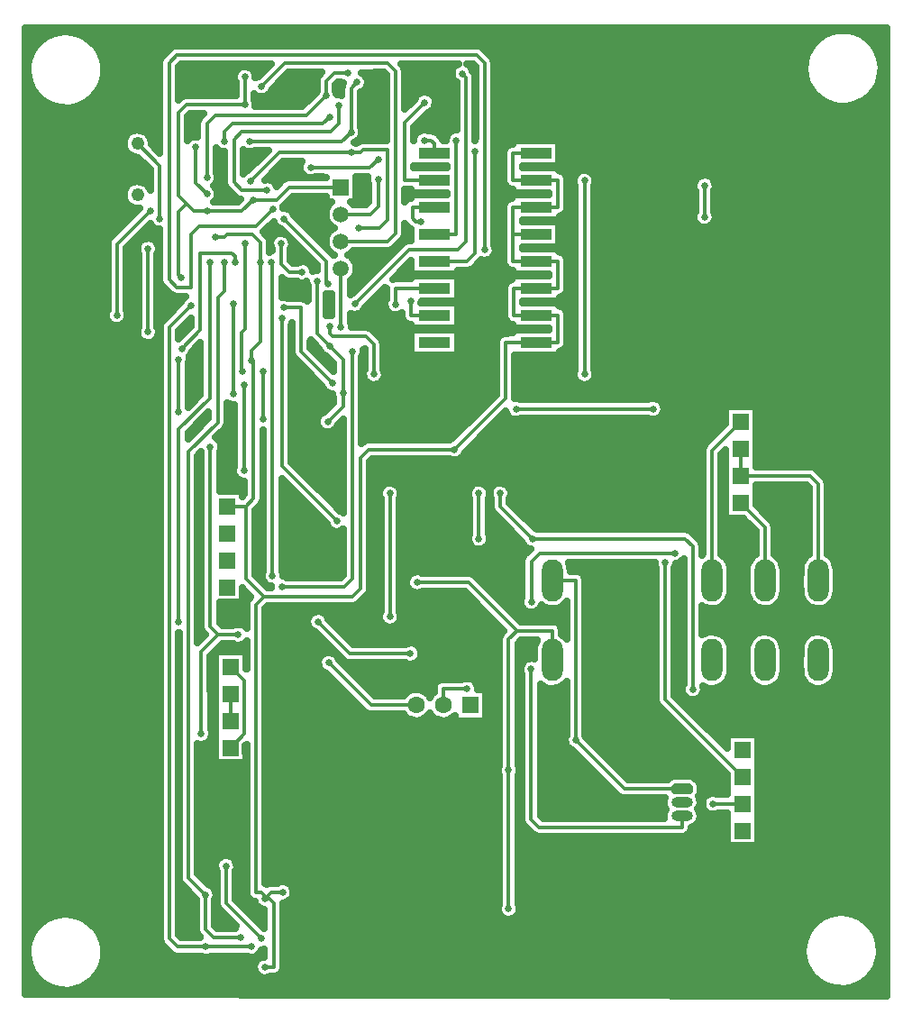
<source format=gbr>
G04 DipTrace 2.4.0.2*
%INBottom.gbr*%
%MOMM*%
%ADD13C,0.38*%
%ADD15C,0.635*%
%ADD21R,1.5X1.5*%
%ADD22C,1.5*%
%ADD26R,3.0X1.0*%
%ADD27O,1.981X3.981*%
%ADD30O,2.0X1.0*%
%ADD44R,1.6X1.6*%
%ADD45C,1.6*%
%ADD46C,1.219*%
%FSLAX53Y53*%
G04*
G71*
G90*
G75*
G01*
%LNBottom*%
%LPD*%
X59409Y90477D2*
D13*
X57279D1*
Y87937D1*
X59409D1*
X33963Y13991D2*
X34768D1*
Y20002D1*
X34349Y20421D1*
X33963D1*
X35631Y21040D2*
X34582D1*
X33963Y20421D1*
X29271Y82602D2*
X30158D1*
X30386Y82830D1*
X32802D1*
X33562Y82070D1*
Y80168D1*
X59409Y85397D2*
X57277D1*
Y82857D1*
Y80317D1*
X59409D1*
X51777Y62628D2*
X43707D1*
X42947Y61868D1*
Y49554D1*
X42187Y48794D1*
X33853D1*
X32143Y50504D1*
Y57301D1*
X31726D1*
X30406D1*
X59409Y72697D2*
X56579D1*
Y67431D1*
X51777Y62628D1*
X59409Y75237D2*
X61479D1*
Y72697D1*
X59409D1*
Y77777D2*
X57339D1*
Y75237D1*
X59409D1*
Y80317D2*
X61479D1*
Y77777D1*
X59409D1*
Y82857D2*
X57277D1*
X59409Y87937D2*
X61479D1*
Y85397D1*
X59409D1*
X33963Y20421D2*
Y20722D1*
X33646Y21040D1*
X33093D1*
Y48034D1*
X33853Y48794D1*
X32713Y71011D2*
X32903Y70821D1*
Y58061D1*
X32143Y57301D1*
X33562Y80168D2*
Y72747D1*
X32713Y71899D1*
Y71011D1*
X58994Y48304D2*
Y52128D1*
X59754Y52888D1*
X72461D1*
X30724Y42218D2*
X32044Y40898D1*
Y35918D1*
X30724Y34598D1*
X38951Y46431D2*
X41921Y43460D1*
X47631D1*
X28766Y80188D2*
Y67441D1*
X25862Y64537D1*
Y46431D1*
X28511Y86612D2*
X27479Y87645D1*
Y91049D1*
X32084Y97629D2*
Y95035D1*
X60964Y42834D2*
Y45585D1*
X57652D1*
X56857Y44790D1*
Y32530D1*
X42613Y97118D2*
X42061Y96565D1*
Y92437D1*
X39870Y65240D2*
X41299Y66669D1*
Y67970D1*
X57652Y45585D2*
X53080Y50157D1*
X48251D1*
X32084Y95035D2*
X26594D1*
X25834Y94275D1*
Y86475D1*
X26594Y85715D1*
X27306Y85002D1*
X28511D1*
X32833Y86086D2*
X35043D1*
X36221Y87264D1*
X41113D1*
X28511Y85002D2*
X31750D1*
X32833Y86086D1*
X26594Y85715D2*
X25834Y84955D1*
Y78991D1*
X26094Y78730D1*
X56857Y32530D2*
Y19480D1*
X42061Y92437D2*
X41192Y91568D1*
X32555D1*
X40028Y72337D2*
X38863Y73501D1*
Y78452D1*
X41299Y67970D2*
Y71065D1*
X40028Y72337D1*
X30322Y23495D2*
Y20002D1*
X33656Y16668D1*
X40713Y55918D2*
X35566Y61065D1*
Y74918D1*
X34577Y80168D2*
X34678Y80066D1*
Y50754D1*
X57543Y66437D2*
X70441D1*
X40284Y68858D2*
X37335Y71807D1*
Y75933D1*
X35771D1*
X40028Y74237D2*
Y73542D1*
X40345Y73225D1*
X43434D1*
X44194Y72465D1*
Y69687D1*
X25862Y71090D2*
Y66137D1*
X31986Y60654D2*
Y68730D1*
X24059Y84300D2*
Y89273D1*
X21992Y91340D1*
X30724Y37138D2*
Y39678D1*
X50724Y38620D2*
Y40146D1*
X52947D1*
X58978Y42020D2*
Y27905D1*
X59738Y27145D1*
X73143D1*
Y28215D1*
X60964Y50327D2*
X63157D1*
Y35307D1*
X67709Y30755D1*
X73143D1*
X48184Y38620D2*
X43916D1*
X39963Y42573D1*
X54063Y54254D2*
Y58501D1*
X74163Y40101D2*
Y53494D1*
X73403Y54254D1*
X59078D1*
X56086Y57246D1*
Y58501D1*
X45707D2*
Y46937D1*
X75263Y84463D2*
Y87401D1*
X63985Y69687D2*
Y87890D1*
X78672Y57619D2*
X80954Y55337D1*
Y50327D1*
X76063Y29358D2*
X78830D1*
X71573Y52000D2*
Y39155D1*
X78830Y31898D1*
X78672Y62699D2*
Y60159D1*
X85198D1*
X85958Y59399D1*
Y50327D1*
X78672Y65239D2*
X75976Y62543D1*
Y50327D1*
X47687Y76580D2*
Y75237D1*
X49884D1*
X46244Y76251D2*
Y77777D1*
X49884D1*
X53729Y90660D2*
Y81077D1*
X52969Y80317D1*
X49884D1*
X51954Y91675D2*
Y82857D1*
X49884D1*
X48578Y84055D2*
X48132D1*
X47814Y84372D1*
Y85397D1*
X49884D1*
X48978Y95218D2*
X47054Y93295D1*
Y87937D1*
X49884D1*
X48959Y91675D2*
X49567D1*
X49884Y91357D1*
Y90477D1*
X35566Y49739D2*
X41427D1*
X42187Y50499D1*
Y71787D1*
X28833Y62890D2*
Y45985D1*
X29593Y45225D1*
X27978Y43610D1*
Y35918D1*
X29593Y45225D2*
X31446D1*
X22980Y73654D2*
Y81470D1*
X26982Y76119D2*
X24974Y74111D1*
Y16666D1*
X25734Y15906D1*
X28363D1*
X32663D1*
X30171Y80168D2*
Y77519D1*
X29526Y76873D1*
Y65165D1*
X26749Y62389D1*
Y22415D1*
X28363Y20801D1*
Y17554D1*
X29123Y16794D1*
X31649D1*
X30971Y67843D2*
Y76309D1*
X41113Y74112D2*
Y79644D1*
X26153Y72105D2*
X27878Y73831D1*
Y81076D1*
X30869D1*
X31186Y80758D1*
Y80168D1*
X33659Y96741D2*
X35811Y98893D1*
X45481D1*
X46241Y98133D1*
Y82944D1*
X45481Y82184D1*
X41113D1*
Y84724D2*
X43833D1*
X44593Y85484D1*
Y88029D1*
X35474Y81943D2*
Y80041D1*
X36234Y79281D1*
X37469D1*
X33791Y65457D2*
Y69996D1*
X31859D2*
X31731Y70124D1*
Y73581D1*
X32074Y73924D1*
Y81943D1*
X23171Y85018D2*
X20052Y81899D1*
Y75242D1*
X44593Y89895D2*
X43825Y89126D1*
X38263D1*
X42433Y76287D2*
X47533Y81387D1*
X52082D1*
X52842Y82147D1*
Y97601D1*
X52519Y97924D1*
X34714Y85198D2*
X33106Y83590D1*
X27742D1*
X26982Y82830D1*
Y77843D1*
X25706D1*
X24946Y78603D1*
Y98939D1*
X25706Y99699D1*
X53857D1*
X54617Y98939D1*
Y81387D1*
X35728Y84311D2*
X39751Y80288D1*
Y78324D1*
X39878Y78196D1*
X42783Y83387D2*
X44721D1*
X45481Y84147D1*
Y90782D1*
X43193D1*
X42948Y90537D1*
X42061D1*
X35319D1*
X32643Y87861D1*
X28511Y88182D2*
Y93215D1*
X29271Y93975D1*
X37833D1*
X39711Y95854D1*
Y97245D1*
X40471Y98005D1*
X41711D1*
X30155Y91568D2*
Y92455D1*
X30915Y93215D1*
X39373D1*
X40028Y93870D1*
X40915Y94966D2*
Y93215D1*
X40155Y92455D1*
X31803D1*
X31043Y91695D1*
Y87733D1*
X31803Y86973D1*
X34155D1*
D15*
X33656Y16668D3*
X30322Y23495D3*
X33963Y20421D3*
Y13991D3*
X35631Y21040D3*
X33562Y80168D3*
X29271Y82602D3*
X51777Y62628D3*
X32713Y71011D3*
X72461Y52888D3*
X58994Y48304D3*
X47631Y43460D3*
X38951Y46431D3*
X25862D3*
X28766Y80188D3*
X27479Y91049D3*
X28511Y86612D3*
X39870Y65240D3*
X32833Y86086D3*
X56857Y19480D3*
X32084Y97629D3*
X42613Y97118D3*
X26094Y78730D3*
X56857Y32530D3*
X48251Y50157D3*
X38863Y78452D3*
X28511Y85002D3*
X32555Y91568D3*
X32084Y95035D3*
X42061Y92437D3*
X40028Y72337D3*
X41299Y67970D3*
X35566Y74918D3*
X40713Y55918D3*
X34678Y50754D3*
X34577Y80168D3*
X70441Y66437D3*
X57543D3*
X35771Y75933D3*
X40284Y68858D3*
X44194Y69687D3*
X40028Y74237D3*
X25862Y66137D3*
Y71090D3*
X31986Y68730D3*
Y60654D3*
X24059Y84300D3*
X52947Y40146D3*
X58978Y42020D3*
X63157Y35307D3*
X39963Y42573D3*
X54063Y58501D3*
Y54254D3*
X56086Y58501D3*
X74163Y40101D3*
X59078Y54254D3*
X45707Y46937D3*
Y58501D3*
X75263Y87401D3*
Y84463D3*
X63985Y87890D3*
Y69687D3*
X47687Y76580D3*
X46244Y76251D3*
X53729Y90660D3*
X51954Y91675D3*
X48578Y84055D3*
X48978Y95218D3*
X48959Y91675D3*
X27978Y35918D3*
X28833Y62890D3*
X31446Y45225D3*
X76063Y29358D3*
X71573Y52000D3*
X22980Y81470D3*
Y73654D3*
X37469Y79281D3*
X35474Y81943D3*
X32074D3*
X31859Y69996D3*
X33791D3*
Y65457D3*
X20052Y75242D3*
X23171Y85018D3*
X38263Y89126D3*
X44593Y89895D3*
X52519Y97924D3*
X42433Y76287D3*
X54617Y81387D3*
X34714Y85198D3*
X39878Y78196D3*
X35728Y84311D3*
X32643Y87861D3*
X42783Y83387D3*
X42061Y90537D3*
X41711Y98005D3*
X28511Y88182D3*
X39711Y95854D3*
X40028Y93870D3*
X30155Y91568D3*
X34155Y86973D3*
X40915Y94966D3*
X44593Y88029D3*
X31186Y80168D3*
X26153Y72105D3*
X33659Y96741D3*
X30971Y76309D3*
Y67843D3*
X41113Y74112D3*
X31649Y16794D3*
X30171Y80168D3*
X28363Y20801D3*
X32663Y15906D3*
X26982Y76119D3*
X28363Y15906D3*
X42187Y71787D3*
X35566Y49739D3*
X11492Y101612D2*
X13910D1*
X16567D2*
X86578D1*
X89960D2*
X92333D1*
X11492Y100980D2*
X12849D1*
X17629D2*
X85705D1*
X90843D2*
X92333D1*
X11492Y100348D2*
X12273D1*
X18205D2*
X25072D1*
X54489D2*
X85199D1*
X91349D2*
X92333D1*
X11492Y99717D2*
X11906D1*
X18572D2*
X24437D1*
X55124D2*
X84881D1*
X91666D2*
X92333D1*
X11492Y99085D2*
X11698D1*
X18780D2*
X24031D1*
X55531D2*
X84703D1*
X91845D2*
X92333D1*
X18869Y98453D2*
X24021D1*
X25874D2*
X31472D1*
X32700D2*
X34091D1*
X47107D2*
X51623D1*
X53417D2*
X53688D1*
X55541D2*
X84633D1*
X91904D2*
X92333D1*
X18849Y97822D2*
X24021D1*
X25874D2*
X31045D1*
X33117D2*
X33450D1*
X36024D2*
X39003D1*
X43376D2*
X45273D1*
X47166D2*
X51475D1*
X55541D2*
X84693D1*
X91855D2*
X92333D1*
X11492Y97190D2*
X11777D1*
X18701D2*
X24021D1*
X25874D2*
X31135D1*
X35389D2*
X38784D1*
X43664D2*
X45313D1*
X47166D2*
X51792D1*
X55541D2*
X84862D1*
X91686D2*
X92333D1*
X11492Y96558D2*
X12045D1*
X18433D2*
X24021D1*
X25874D2*
X31155D1*
X34764D2*
X38784D1*
X40638D2*
X41136D1*
X43495D2*
X45313D1*
X47166D2*
X51911D1*
X55541D2*
X85169D1*
X91378D2*
X92333D1*
X11492Y95927D2*
X12482D1*
X17996D2*
X24021D1*
X25874D2*
X31155D1*
X34288D2*
X38497D1*
X42989D2*
X45313D1*
X47166D2*
X48220D1*
X49736D2*
X51911D1*
X55541D2*
X85665D1*
X90882D2*
X92333D1*
X11492Y95295D2*
X13206D1*
X17272D2*
X24021D1*
X33107D2*
X37872D1*
X42989D2*
X45313D1*
X47166D2*
X47774D1*
X50024D2*
X51911D1*
X55541D2*
X86509D1*
X90039D2*
X92333D1*
X11492Y94663D2*
X24021D1*
X42989D2*
X45313D1*
X49865D2*
X51911D1*
X55541D2*
X92333D1*
X11492Y94032D2*
X24021D1*
X26876D2*
X28039D1*
X42989D2*
X45313D1*
X49071D2*
X51911D1*
X55541D2*
X92333D1*
X11492Y93400D2*
X24021D1*
X26757D2*
X27603D1*
X42989D2*
X45313D1*
X48446D2*
X51911D1*
X55541D2*
X92333D1*
X11492Y92768D2*
X24021D1*
X26757D2*
X27583D1*
X43059D2*
X45313D1*
X47980D2*
X51911D1*
X55541D2*
X92333D1*
X11492Y92137D2*
X20925D1*
X23056D2*
X24021D1*
X26757D2*
X27583D1*
X43069D2*
X45313D1*
X50391D2*
X51018D1*
X55541D2*
X92333D1*
X11492Y91505D2*
X20657D1*
X23324D2*
X24021D1*
X42463D2*
X42661D1*
X55541D2*
X57170D1*
X61642D2*
X92333D1*
X11492Y90873D2*
X20737D1*
X23741D2*
X24016D1*
X55541D2*
X56445D1*
X61642D2*
X92333D1*
X11492Y90242D2*
X21262D1*
X29436D2*
X30113D1*
X31966D2*
X33744D1*
X55541D2*
X56356D1*
X61642D2*
X92333D1*
X11492Y89610D2*
X22443D1*
X29436D2*
X30113D1*
X31966D2*
X33109D1*
X35677D2*
X37336D1*
X55541D2*
X56356D1*
X61642D2*
X92333D1*
X11492Y88978D2*
X23068D1*
X29436D2*
X30113D1*
X31966D2*
X32474D1*
X35042D2*
X37217D1*
X55541D2*
X56356D1*
X61642D2*
X92333D1*
X11492Y88347D2*
X23128D1*
X29555D2*
X30113D1*
X34417D2*
X37594D1*
X55541D2*
X56356D1*
X62297D2*
X63043D1*
X64927D2*
X74910D1*
X75618D2*
X92333D1*
X11492Y87715D2*
X21481D1*
X22501D2*
X23128D1*
X29446D2*
X30113D1*
X34873D2*
X35391D1*
X42602D2*
X43587D1*
X55541D2*
X56386D1*
X62406D2*
X62944D1*
X65026D2*
X74265D1*
X76267D2*
X92333D1*
X11492Y87083D2*
X20776D1*
X29446D2*
X30410D1*
X42602D2*
X43666D1*
X55541D2*
X57090D1*
X62406D2*
X63063D1*
X64907D2*
X74265D1*
X76267D2*
X92333D1*
X11492Y86452D2*
X20647D1*
X29555D2*
X31045D1*
X42602D2*
X43666D1*
X47166D2*
X47645D1*
X55541D2*
X57170D1*
X62406D2*
X63063D1*
X64907D2*
X74335D1*
X76188D2*
X92333D1*
X11492Y85820D2*
X20846D1*
X36064D2*
X40144D1*
X42086D2*
X43646D1*
X55541D2*
X56465D1*
X62406D2*
X63063D1*
X64907D2*
X74335D1*
X76188D2*
X92333D1*
X11492Y85188D2*
X22056D1*
X36252D2*
X39707D1*
X55541D2*
X56346D1*
X62377D2*
X63063D1*
X64907D2*
X74335D1*
X76188D2*
X92333D1*
X11492Y84557D2*
X21431D1*
X36768D2*
X39638D1*
X55541D2*
X56346D1*
X61742D2*
X63063D1*
X64907D2*
X74215D1*
X76317D2*
X92333D1*
X11492Y83925D2*
X20796D1*
X37393D2*
X39876D1*
X55541D2*
X56346D1*
X61642D2*
X63063D1*
X64907D2*
X74364D1*
X76158D2*
X92333D1*
X11492Y83293D2*
X20161D1*
X22729D2*
X24021D1*
X34089D2*
X35461D1*
X38028D2*
X40164D1*
X47166D2*
X47645D1*
X55541D2*
X56346D1*
X61642D2*
X63063D1*
X64907D2*
X92333D1*
X11492Y82662D2*
X19536D1*
X22094D2*
X24021D1*
X34248D2*
X34726D1*
X38663D2*
X39707D1*
X47117D2*
X47645D1*
X55541D2*
X56346D1*
X61642D2*
X63063D1*
X64907D2*
X92333D1*
X11492Y82030D2*
X19139D1*
X21469D2*
X22096D1*
X36520D2*
X36725D1*
X39288D2*
X39638D1*
X46611D2*
X46891D1*
X55541D2*
X56346D1*
X61642D2*
X63063D1*
X64907D2*
X92333D1*
X11492Y81398D2*
X19129D1*
X20983D2*
X21927D1*
X36401D2*
X37356D1*
X45896D2*
X46266D1*
X55670D2*
X56346D1*
X61642D2*
X63063D1*
X64907D2*
X92333D1*
X11492Y80767D2*
X19129D1*
X20983D2*
X22056D1*
X36401D2*
X37991D1*
X42047D2*
X45631D1*
X55451D2*
X56346D1*
X62277D2*
X63063D1*
X64907D2*
X92333D1*
X11492Y80135D2*
X19129D1*
X20983D2*
X22056D1*
X38028D2*
X38616D1*
X42513D2*
X44996D1*
X54072D2*
X56366D1*
X62406D2*
X63063D1*
X64907D2*
X92333D1*
X11492Y79503D2*
X19129D1*
X20983D2*
X22056D1*
X38495D2*
X38823D1*
X42592D2*
X44370D1*
X46928D2*
X47645D1*
X53318D2*
X56932D1*
X62406D2*
X63063D1*
X64907D2*
X92333D1*
X11492Y78872D2*
X19129D1*
X20983D2*
X22056D1*
X42374D2*
X43735D1*
X46303D2*
X47645D1*
X52117D2*
X57170D1*
X62406D2*
X63063D1*
X64907D2*
X92333D1*
X11492Y78240D2*
X19129D1*
X20983D2*
X22056D1*
X35607D2*
X37832D1*
X42037D2*
X43100D1*
X52117D2*
X56545D1*
X62406D2*
X63063D1*
X64907D2*
X92333D1*
X11492Y77608D2*
X19129D1*
X20983D2*
X22056D1*
X23910D2*
X24656D1*
X35607D2*
X37941D1*
X42037D2*
X42471D1*
X45033D2*
X45318D1*
X52117D2*
X56416D1*
X62387D2*
X63063D1*
X64907D2*
X92333D1*
X11492Y76977D2*
X19129D1*
X20983D2*
X22056D1*
X23910D2*
X26422D1*
X35607D2*
X37941D1*
X39785D2*
X40192D1*
X44408D2*
X45323D1*
X52117D2*
X56416D1*
X61861D2*
X63063D1*
X64907D2*
X92333D1*
X11492Y76345D2*
X19129D1*
X20983D2*
X22056D1*
X23910D2*
X25926D1*
X39785D2*
X40192D1*
X43773D2*
X45194D1*
X52117D2*
X56416D1*
X61642D2*
X63063D1*
X64907D2*
X92333D1*
X11492Y75713D2*
X19119D1*
X20983D2*
X22056D1*
X23910D2*
X25291D1*
X39785D2*
X40192D1*
X43307D2*
X45353D1*
X52117D2*
X56416D1*
X62258D2*
X63063D1*
X64907D2*
X92333D1*
X11492Y75082D2*
X19010D1*
X21092D2*
X22056D1*
X23910D2*
X24666D1*
X42037D2*
X46772D1*
X52117D2*
X56426D1*
X62406D2*
X63063D1*
X64907D2*
X92333D1*
X11492Y74450D2*
X19397D1*
X20715D2*
X22056D1*
X23910D2*
X24111D1*
X26598D2*
X26948D1*
X42106D2*
X47268D1*
X52117D2*
X56922D1*
X62406D2*
X63063D1*
X64907D2*
X92333D1*
X11492Y73818D2*
X21937D1*
X25963D2*
X26581D1*
X44120D2*
X47645D1*
X52117D2*
X57170D1*
X62406D2*
X63063D1*
X64907D2*
X92333D1*
X11492Y73187D2*
X22046D1*
X44755D2*
X47645D1*
X52117D2*
X55810D1*
X62406D2*
X63063D1*
X64907D2*
X92333D1*
X11492Y72555D2*
X24050D1*
X38257D2*
X38527D1*
X45113D2*
X47645D1*
X52117D2*
X55652D1*
X62397D2*
X63063D1*
X64907D2*
X92333D1*
X11492Y71923D2*
X24050D1*
X27253D2*
X27841D1*
X38505D2*
X39062D1*
X45123D2*
X47645D1*
X52117D2*
X55652D1*
X61920D2*
X63063D1*
X64907D2*
X92333D1*
X11492Y71292D2*
X24050D1*
X26896D2*
X27841D1*
X39130D2*
X39787D1*
X45123D2*
X55652D1*
X57505D2*
X63063D1*
X64907D2*
X92333D1*
X11492Y70660D2*
X24050D1*
X26817D2*
X27841D1*
X36491D2*
X37197D1*
X39765D2*
X40372D1*
X45123D2*
X55652D1*
X57505D2*
X63063D1*
X64907D2*
X92333D1*
X11492Y70028D2*
X24050D1*
X26787D2*
X27841D1*
X36491D2*
X37832D1*
X45192D2*
X55652D1*
X57505D2*
X62994D1*
X64976D2*
X92333D1*
X11492Y69397D2*
X24050D1*
X26787D2*
X27841D1*
X36491D2*
X38467D1*
X45202D2*
X55652D1*
X57505D2*
X62974D1*
X64996D2*
X92333D1*
X11492Y68765D2*
X24050D1*
X26787D2*
X27841D1*
X36491D2*
X39092D1*
X43108D2*
X43765D1*
X44617D2*
X55652D1*
X57505D2*
X63559D1*
X64411D2*
X92333D1*
X11492Y68133D2*
X24050D1*
X26787D2*
X27841D1*
X36491D2*
X39548D1*
X43108D2*
X55652D1*
X57505D2*
X92333D1*
X11492Y67502D2*
X24050D1*
X26787D2*
X27543D1*
X36491D2*
X40362D1*
X43108D2*
X55364D1*
X57505D2*
X92333D1*
X11492Y66870D2*
X24050D1*
X30448D2*
X30726D1*
X36491D2*
X40213D1*
X43108D2*
X54739D1*
X71396D2*
X92333D1*
X11492Y66238D2*
X24050D1*
X30448D2*
X31065D1*
X36491D2*
X39588D1*
X43108D2*
X54104D1*
X71475D2*
X77182D1*
X80157D2*
X92333D1*
X11492Y65607D2*
X24050D1*
X28216D2*
X28605D1*
X30448D2*
X31065D1*
X36491D2*
X38884D1*
X43108D2*
X53469D1*
X56037D2*
X56941D1*
X71048D2*
X77182D1*
X80157D2*
X92333D1*
X11492Y64975D2*
X24050D1*
X27581D2*
X28049D1*
X30428D2*
X31065D1*
X36491D2*
X38854D1*
X40886D2*
X41265D1*
X43108D2*
X52844D1*
X55412D2*
X77123D1*
X80157D2*
X92333D1*
X11492Y64343D2*
X24050D1*
X26956D2*
X27424D1*
X29992D2*
X31065D1*
X36491D2*
X39390D1*
X40350D2*
X41265D1*
X43108D2*
X52209D1*
X54777D2*
X76498D1*
X80157D2*
X92333D1*
X11492Y63712D2*
X24050D1*
X29446D2*
X31065D1*
X36491D2*
X41265D1*
X43108D2*
X51574D1*
X54142D2*
X75863D1*
X80157D2*
X92333D1*
X11492Y63080D2*
X24050D1*
X29873D2*
X31065D1*
X36491D2*
X41265D1*
X53516D2*
X75237D1*
X80157D2*
X92333D1*
X11492Y62448D2*
X24050D1*
X29783D2*
X31065D1*
X36491D2*
X41265D1*
X52881D2*
X75049D1*
X80157D2*
X92333D1*
X11492Y61817D2*
X24050D1*
X27680D2*
X27910D1*
X29763D2*
X31065D1*
X36491D2*
X41265D1*
X52405D2*
X75049D1*
X76902D2*
X77179D1*
X80157D2*
X92333D1*
X11492Y61185D2*
X24050D1*
X27680D2*
X27910D1*
X29763D2*
X31065D1*
X36729D2*
X41265D1*
X43872D2*
X75049D1*
X76902D2*
X77179D1*
X80157D2*
X92333D1*
X11492Y60553D2*
X24050D1*
X27680D2*
X27910D1*
X29763D2*
X30936D1*
X37364D2*
X41265D1*
X43872D2*
X75049D1*
X76902D2*
X77179D1*
X86090D2*
X92333D1*
X11492Y59922D2*
X24050D1*
X27680D2*
X27910D1*
X29763D2*
X31254D1*
X37989D2*
X41265D1*
X43872D2*
X75049D1*
X76902D2*
X77179D1*
X86705D2*
X92333D1*
X11492Y59290D2*
X24050D1*
X27680D2*
X27910D1*
X29763D2*
X31978D1*
X35607D2*
X36056D1*
X38624D2*
X41265D1*
X43872D2*
X45045D1*
X46373D2*
X53399D1*
X54727D2*
X55423D1*
X56751D2*
X75049D1*
X76902D2*
X77179D1*
X80157D2*
X84782D1*
X86884D2*
X92333D1*
X11492Y58658D2*
X24050D1*
X27680D2*
X27910D1*
X35607D2*
X36691D1*
X39259D2*
X41265D1*
X43872D2*
X44668D1*
X46750D2*
X53022D1*
X57128D2*
X75049D1*
X76902D2*
X77179D1*
X80157D2*
X85030D1*
X86884D2*
X92333D1*
X11492Y58027D2*
X24050D1*
X27680D2*
X27910D1*
X35607D2*
X37326D1*
X39884D2*
X41265D1*
X43872D2*
X44777D1*
X46641D2*
X53131D1*
X57019D2*
X75049D1*
X76902D2*
X77179D1*
X80157D2*
X85030D1*
X86884D2*
X92333D1*
X11492Y57395D2*
X24050D1*
X27680D2*
X27910D1*
X33524D2*
X33756D1*
X35607D2*
X37951D1*
X40519D2*
X41265D1*
X43872D2*
X44777D1*
X46631D2*
X53141D1*
X57217D2*
X75049D1*
X76902D2*
X77179D1*
X80177D2*
X85030D1*
X86884D2*
X92333D1*
X11492Y56763D2*
X24050D1*
X27680D2*
X27910D1*
X33067D2*
X33754D1*
X35607D2*
X38586D1*
X43872D2*
X44777D1*
X46631D2*
X53141D1*
X54985D2*
X55304D1*
X57852D2*
X75049D1*
X76902D2*
X77179D1*
X80812D2*
X85030D1*
X86884D2*
X92333D1*
X11492Y56132D2*
X24050D1*
X27680D2*
X27910D1*
X33067D2*
X33754D1*
X35607D2*
X39221D1*
X43872D2*
X44777D1*
X46631D2*
X53141D1*
X54985D2*
X55920D1*
X58487D2*
X75049D1*
X76902D2*
X78879D1*
X81447D2*
X85030D1*
X86884D2*
X92333D1*
X11492Y55500D2*
X24050D1*
X27680D2*
X27910D1*
X33067D2*
X33754D1*
X35607D2*
X39757D1*
X43872D2*
X44777D1*
X46631D2*
X53141D1*
X54985D2*
X56545D1*
X59112D2*
X75049D1*
X76902D2*
X79504D1*
X81863D2*
X85030D1*
X86884D2*
X92333D1*
X11492Y54868D2*
X24050D1*
X27680D2*
X27910D1*
X33067D2*
X33754D1*
X35607D2*
X41265D1*
X43872D2*
X44777D1*
X46631D2*
X53141D1*
X54985D2*
X57180D1*
X74075D2*
X75049D1*
X76902D2*
X80030D1*
X81883D2*
X85030D1*
X86884D2*
X92333D1*
X11492Y54237D2*
X24050D1*
X27680D2*
X27910D1*
X33067D2*
X33754D1*
X35607D2*
X41265D1*
X43872D2*
X44777D1*
X46631D2*
X53012D1*
X55114D2*
X57815D1*
X74700D2*
X75059D1*
X76902D2*
X80030D1*
X81883D2*
X85030D1*
X86884D2*
X92333D1*
X11492Y53605D2*
X24050D1*
X27680D2*
X27910D1*
X33067D2*
X33754D1*
X35607D2*
X41265D1*
X43872D2*
X44777D1*
X46631D2*
X53251D1*
X54876D2*
X58271D1*
X76902D2*
X80030D1*
X81883D2*
X85030D1*
X86884D2*
X92333D1*
X11492Y52973D2*
X24050D1*
X27680D2*
X27910D1*
X33067D2*
X33754D1*
X35607D2*
X41265D1*
X43872D2*
X44777D1*
X46631D2*
X58559D1*
X76902D2*
X80030D1*
X81883D2*
X85030D1*
X86884D2*
X92333D1*
X11492Y52342D2*
X24050D1*
X27680D2*
X27910D1*
X33067D2*
X33754D1*
X35607D2*
X41265D1*
X43872D2*
X44777D1*
X46631D2*
X58092D1*
X77359D2*
X79573D1*
X82340D2*
X84574D1*
X87340D2*
X92333D1*
X11492Y51710D2*
X24050D1*
X27680D2*
X27910D1*
X33067D2*
X33754D1*
X35607D2*
X41265D1*
X43872D2*
X44777D1*
X46631D2*
X58073D1*
X62645D2*
X70564D1*
X72586D2*
X73233D1*
X77656D2*
X79276D1*
X82637D2*
X84276D1*
X87638D2*
X92333D1*
X11492Y51078D2*
X24050D1*
X27680D2*
X27910D1*
X33067D2*
X33675D1*
X35677D2*
X41265D1*
X43872D2*
X44777D1*
X46631D2*
X47823D1*
X48675D2*
X58073D1*
X63647D2*
X70644D1*
X72497D2*
X73233D1*
X77706D2*
X79226D1*
X82677D2*
X84227D1*
X87687D2*
X92333D1*
X11492Y50447D2*
X24050D1*
X27680D2*
X27910D1*
X33484D2*
X33676D1*
X43872D2*
X44777D1*
X46631D2*
X47238D1*
X54072D2*
X58073D1*
X64073D2*
X70644D1*
X72497D2*
X73233D1*
X77706D2*
X79226D1*
X82677D2*
X84227D1*
X87687D2*
X92333D1*
X11492Y49815D2*
X24050D1*
X27680D2*
X27910D1*
X43872D2*
X44777D1*
X46631D2*
X47258D1*
X54707D2*
X58073D1*
X64083D2*
X70644D1*
X72497D2*
X73233D1*
X77706D2*
X79226D1*
X82677D2*
X84227D1*
X87687D2*
X92333D1*
X11492Y49183D2*
X24050D1*
X27680D2*
X27910D1*
X31897D2*
X32174D1*
X43793D2*
X44777D1*
X46631D2*
X48002D1*
X48504D2*
X52774D1*
X55332D2*
X58073D1*
X64083D2*
X70644D1*
X72497D2*
X73233D1*
X77696D2*
X79236D1*
X82677D2*
X84237D1*
X87677D2*
X92333D1*
X11492Y48552D2*
X24050D1*
X27680D2*
X27910D1*
X31897D2*
X32345D1*
X43227D2*
X44777D1*
X46631D2*
X53399D1*
X55967D2*
X57973D1*
X64083D2*
X70644D1*
X72497D2*
X73233D1*
X77508D2*
X79415D1*
X82488D2*
X84425D1*
X87489D2*
X92333D1*
X11492Y47920D2*
X24050D1*
X27680D2*
X27910D1*
X29763D2*
X32167D1*
X34268D2*
X44777D1*
X46631D2*
X54034D1*
X56602D2*
X58023D1*
X61910D2*
X62230D1*
X64083D2*
X70644D1*
X72497D2*
X73233D1*
X76922D2*
X80000D1*
X81903D2*
X85010D1*
X86904D2*
X92333D1*
X11492Y47288D2*
X24050D1*
X27680D2*
X27910D1*
X29763D2*
X32167D1*
X34020D2*
X38398D1*
X39507D2*
X44718D1*
X46700D2*
X54669D1*
X57227D2*
X62230D1*
X64083D2*
X70644D1*
X72497D2*
X73233D1*
X75087D2*
X92333D1*
X11492Y46657D2*
X24050D1*
X27680D2*
X27910D1*
X29763D2*
X32167D1*
X34020D2*
X37921D1*
X40013D2*
X44698D1*
X46720D2*
X55294D1*
X57862D2*
X62230D1*
X64083D2*
X70644D1*
X72497D2*
X73233D1*
X75087D2*
X92333D1*
X11492Y46025D2*
X24050D1*
X27680D2*
X27910D1*
X34020D2*
X37981D1*
X40638D2*
X45254D1*
X46154D2*
X55929D1*
X61771D2*
X62230D1*
X64083D2*
X70644D1*
X72497D2*
X73233D1*
X75087D2*
X92333D1*
X11492Y45393D2*
X24050D1*
X27680D2*
X28138D1*
X34020D2*
X38705D1*
X41273D2*
X56178D1*
X61891D2*
X62230D1*
X64083D2*
X70644D1*
X72497D2*
X73233D1*
X75087D2*
X75340D1*
X76615D2*
X80308D1*
X81595D2*
X85318D1*
X86596D2*
X92333D1*
X11492Y44762D2*
X24050D1*
X34020D2*
X39340D1*
X41908D2*
X55929D1*
X64083D2*
X70644D1*
X72497D2*
X73233D1*
X77418D2*
X79514D1*
X82399D2*
X84514D1*
X87400D2*
X92333D1*
X11492Y44130D2*
X24050D1*
X29783D2*
X32167D1*
X34020D2*
X39965D1*
X48427D2*
X55929D1*
X57783D2*
X59263D1*
X64083D2*
X70644D1*
X72497D2*
X73233D1*
X77676D2*
X79256D1*
X82657D2*
X84256D1*
X87658D2*
X92333D1*
X11492Y43498D2*
X24050D1*
X34020D2*
X39548D1*
X40380D2*
X40600D1*
X48685D2*
X55929D1*
X57783D2*
X59233D1*
X64083D2*
X70644D1*
X72497D2*
X73233D1*
X77706D2*
X79226D1*
X82677D2*
X84227D1*
X87687D2*
X92333D1*
X11492Y42867D2*
X24050D1*
X28900D2*
X29240D1*
X34020D2*
X38953D1*
X40975D2*
X41235D1*
X48486D2*
X55929D1*
X57783D2*
X58400D1*
X64083D2*
X70644D1*
X72497D2*
X73233D1*
X77706D2*
X79226D1*
X82677D2*
X84227D1*
X87687D2*
X92333D1*
X11492Y42235D2*
X24050D1*
X28900D2*
X29240D1*
X34020D2*
X38973D1*
X41580D2*
X55929D1*
X64083D2*
X70644D1*
X72497D2*
X73233D1*
X77706D2*
X79226D1*
X82677D2*
X84227D1*
X87687D2*
X92333D1*
X11492Y41603D2*
X24050D1*
X28900D2*
X29240D1*
X34020D2*
X39648D1*
X42215D2*
X55929D1*
X57783D2*
X58020D1*
X64083D2*
X70644D1*
X72497D2*
X73233D1*
X77686D2*
X79246D1*
X82667D2*
X84246D1*
X87668D2*
X92333D1*
X11492Y40972D2*
X24050D1*
X28900D2*
X29240D1*
X34020D2*
X40283D1*
X42850D2*
X50413D1*
X53556D2*
X55929D1*
X57783D2*
X58053D1*
X64083D2*
X70644D1*
X72497D2*
X73233D1*
X77458D2*
X79464D1*
X82439D2*
X84475D1*
X87439D2*
X92333D1*
X11492Y40340D2*
X24050D1*
X28900D2*
X29240D1*
X34020D2*
X40918D1*
X43476D2*
X49818D1*
X53983D2*
X55929D1*
X57783D2*
X58053D1*
X59906D2*
X60178D1*
X61762D2*
X62230D1*
X64083D2*
X70644D1*
X72497D2*
X73144D1*
X76773D2*
X80159D1*
X81744D2*
X85159D1*
X86755D2*
X92333D1*
X11492Y39708D2*
X24050D1*
X28900D2*
X29240D1*
X34020D2*
X41543D1*
X44111D2*
X47129D1*
X49240D2*
X49669D1*
X54796D2*
X55929D1*
X57783D2*
X58053D1*
X59906D2*
X62230D1*
X64083D2*
X70644D1*
X72497D2*
X73194D1*
X75136D2*
X92333D1*
X11492Y39077D2*
X24050D1*
X28900D2*
X29240D1*
X34020D2*
X42178D1*
X54796D2*
X55929D1*
X57783D2*
X58053D1*
X59906D2*
X62230D1*
X64083D2*
X70654D1*
X72934D2*
X92333D1*
X11492Y38445D2*
X24050D1*
X28900D2*
X29240D1*
X34020D2*
X42813D1*
X54796D2*
X55929D1*
X57783D2*
X58053D1*
X59906D2*
X62230D1*
X64083D2*
X71001D1*
X73569D2*
X92333D1*
X11492Y37813D2*
X24050D1*
X28900D2*
X29240D1*
X34020D2*
X43547D1*
X54796D2*
X55929D1*
X57783D2*
X58053D1*
X59906D2*
X62230D1*
X64083D2*
X71636D1*
X74194D2*
X92333D1*
X11492Y37182D2*
X24050D1*
X28900D2*
X29240D1*
X34020D2*
X47803D1*
X48565D2*
X50343D1*
X51105D2*
X51733D1*
X54796D2*
X55929D1*
X57783D2*
X58053D1*
X59906D2*
X62230D1*
X64083D2*
X72261D1*
X74829D2*
X92333D1*
X11492Y36550D2*
X24050D1*
X28900D2*
X29240D1*
X34020D2*
X55929D1*
X57783D2*
X58053D1*
X59906D2*
X62230D1*
X64083D2*
X72896D1*
X75464D2*
X92333D1*
X11492Y35918D2*
X24050D1*
X29029D2*
X29244D1*
X34020D2*
X55929D1*
X57783D2*
X58053D1*
X59906D2*
X62230D1*
X64083D2*
X73531D1*
X76089D2*
X92333D1*
X11492Y35287D2*
X24050D1*
X28801D2*
X29240D1*
X34020D2*
X55929D1*
X57783D2*
X58053D1*
X59906D2*
X62101D1*
X64460D2*
X74156D1*
X76724D2*
X77341D1*
X80315D2*
X92333D1*
X11492Y34655D2*
X24050D1*
X27680D2*
X29240D1*
X34020D2*
X55929D1*
X57783D2*
X58053D1*
X59906D2*
X62349D1*
X65095D2*
X74791D1*
X80315D2*
X92333D1*
X11492Y34023D2*
X24050D1*
X27680D2*
X29240D1*
X34020D2*
X55929D1*
X57783D2*
X58053D1*
X59906D2*
X63163D1*
X65720D2*
X75426D1*
X80315D2*
X92333D1*
X11492Y33392D2*
X24050D1*
X27680D2*
X29240D1*
X34020D2*
X55929D1*
X57783D2*
X58053D1*
X59906D2*
X63788D1*
X66355D2*
X76051D1*
X80315D2*
X92333D1*
X11492Y32760D2*
X24050D1*
X27680D2*
X32167D1*
X34020D2*
X55830D1*
X59906D2*
X64423D1*
X66990D2*
X76686D1*
X80315D2*
X92333D1*
X11492Y32128D2*
X24050D1*
X27680D2*
X32167D1*
X34020D2*
X55890D1*
X57823D2*
X58053D1*
X59906D2*
X65048D1*
X67615D2*
X77321D1*
X80315D2*
X92333D1*
X11492Y31497D2*
X24050D1*
X27680D2*
X32167D1*
X34020D2*
X55929D1*
X57783D2*
X58053D1*
X59906D2*
X65683D1*
X74670D2*
X77341D1*
X80315D2*
X92333D1*
X11492Y30865D2*
X24050D1*
X27680D2*
X32167D1*
X34020D2*
X55929D1*
X57783D2*
X58053D1*
X59906D2*
X66318D1*
X74878D2*
X77341D1*
X80315D2*
X92333D1*
X11492Y30233D2*
X24050D1*
X27680D2*
X32167D1*
X34020D2*
X55929D1*
X57783D2*
X58053D1*
X59906D2*
X66943D1*
X74819D2*
X75535D1*
X76585D2*
X77341D1*
X80315D2*
X92333D1*
X11492Y29602D2*
X24050D1*
X27680D2*
X32167D1*
X34020D2*
X55929D1*
X57783D2*
X58053D1*
X59906D2*
X71418D1*
X80315D2*
X92333D1*
X11492Y28970D2*
X24050D1*
X27680D2*
X32167D1*
X34020D2*
X55929D1*
X57783D2*
X58053D1*
X59906D2*
X71527D1*
X74759D2*
X75088D1*
X80315D2*
X92333D1*
X11492Y28338D2*
X24050D1*
X27680D2*
X32167D1*
X34020D2*
X55929D1*
X57783D2*
X58053D1*
X59906D2*
X71418D1*
X74868D2*
X77341D1*
X80315D2*
X92333D1*
X11492Y27707D2*
X24050D1*
X27680D2*
X32167D1*
X34020D2*
X55929D1*
X57783D2*
X58073D1*
X74759D2*
X77341D1*
X80315D2*
X92333D1*
X11492Y27075D2*
X24050D1*
X27680D2*
X32167D1*
X34020D2*
X55929D1*
X57783D2*
X58529D1*
X74065D2*
X77341D1*
X80315D2*
X92333D1*
X11492Y26443D2*
X24050D1*
X27680D2*
X32167D1*
X34020D2*
X55929D1*
X57783D2*
X59174D1*
X73707D2*
X77341D1*
X80315D2*
X92333D1*
X11492Y25812D2*
X24050D1*
X27680D2*
X32167D1*
X34020D2*
X55929D1*
X57783D2*
X77341D1*
X80315D2*
X92333D1*
X11492Y25180D2*
X24050D1*
X27680D2*
X32167D1*
X34020D2*
X55929D1*
X57783D2*
X92333D1*
X11492Y24548D2*
X24050D1*
X27680D2*
X32167D1*
X34020D2*
X55929D1*
X57783D2*
X92333D1*
X11492Y23917D2*
X24050D1*
X27680D2*
X29359D1*
X31282D2*
X32167D1*
X34020D2*
X55929D1*
X57783D2*
X92333D1*
X11492Y23285D2*
X24050D1*
X27680D2*
X29289D1*
X31351D2*
X32167D1*
X34020D2*
X55929D1*
X57783D2*
X92333D1*
X11492Y22653D2*
X24050D1*
X27799D2*
X29398D1*
X31252D2*
X32167D1*
X34020D2*
X55929D1*
X57783D2*
X92333D1*
X11492Y22022D2*
X24050D1*
X28424D2*
X29398D1*
X31252D2*
X32167D1*
X34020D2*
X35441D1*
X35818D2*
X55929D1*
X57783D2*
X92333D1*
X11492Y21390D2*
X24050D1*
X25904D2*
X26491D1*
X31252D2*
X32167D1*
X36620D2*
X55929D1*
X57783D2*
X92333D1*
X11492Y20758D2*
X24050D1*
X25904D2*
X27126D1*
X31252D2*
X32216D1*
X36639D2*
X55929D1*
X57783D2*
X92333D1*
X11492Y20127D2*
X24050D1*
X25904D2*
X27434D1*
X31480D2*
X32950D1*
X36074D2*
X55929D1*
X57783D2*
X92333D1*
X11492Y19495D2*
X24050D1*
X25904D2*
X27434D1*
X29287D2*
X29558D1*
X32115D2*
X33546D1*
X35697D2*
X55800D1*
X57912D2*
X92333D1*
X11492Y18863D2*
X14317D1*
X16161D2*
X24050D1*
X25904D2*
X27434D1*
X29287D2*
X30182D1*
X32740D2*
X33843D1*
X35697D2*
X56019D1*
X57694D2*
X86707D1*
X89523D2*
X92333D1*
X11492Y18232D2*
X13007D1*
X17470D2*
X24050D1*
X25904D2*
X27434D1*
X29287D2*
X30807D1*
X33375D2*
X33843D1*
X35697D2*
X85685D1*
X90545D2*
X92333D1*
X11492Y17600D2*
X12363D1*
X18115D2*
X24050D1*
X25904D2*
X27434D1*
X35697D2*
X85120D1*
X91101D2*
X92333D1*
X11492Y16968D2*
X11966D1*
X18512D2*
X24050D1*
X25953D2*
X27662D1*
X35697D2*
X84772D1*
X91458D2*
X92333D1*
X11492Y16337D2*
X11728D1*
X18750D2*
X24110D1*
X35697D2*
X84564D1*
X91656D2*
X92333D1*
X18859Y15705D2*
X24656D1*
X35697D2*
X84485D1*
X91745D2*
X92333D1*
X18859Y15073D2*
X25449D1*
X33266D2*
X33843D1*
X35697D2*
X84514D1*
X91716D2*
X92333D1*
X11492Y14442D2*
X11737D1*
X18740D2*
X33020D1*
X35697D2*
X84653D1*
X91567D2*
X92333D1*
X11492Y13810D2*
X11976D1*
X18502D2*
X32931D1*
X35677D2*
X84931D1*
X91289D2*
X92333D1*
X11492Y13178D2*
X12382D1*
X18095D2*
X33337D1*
X35121D2*
X85388D1*
X90843D2*
X92333D1*
X11492Y12547D2*
X13027D1*
X17450D2*
X86132D1*
X90098D2*
X92333D1*
X11492Y11915D2*
X14387D1*
X16091D2*
X92333D1*
X85792Y11283D2*
X92333D1*
X42536Y88260D2*
Y85841D1*
X41991D1*
X42236Y85588D1*
X43485Y85587D1*
X43735Y85846D1*
X43730Y87538D1*
X43635Y87778D1*
X43605Y88093D1*
X43642Y88257D1*
X42545Y88263D1*
X40225Y85841D2*
X39691D1*
Y86406D1*
X36579Y86401D1*
X35662Y85484D1*
X35694Y85299D1*
X35824Y85296D1*
X36129Y85216D1*
X36394Y85044D1*
X36591Y84796D1*
X36670Y84583D1*
X40367Y80890D1*
X40475Y80914D1*
X40240Y81060D1*
X40013Y81281D1*
X39841Y81547D1*
X39732Y81844D1*
X39691Y82159D1*
X39720Y82474D1*
X39819Y82775D1*
X39982Y83047D1*
X40201Y83276D1*
X40475Y83454D1*
X40240Y83600D1*
X40013Y83821D1*
X39841Y84087D1*
X39732Y84384D1*
X39691Y84699D1*
X39720Y85014D1*
X39819Y85315D1*
X39982Y85587D1*
X40243Y85843D1*
X42245Y81326D2*
X42006Y81076D1*
X41747Y80911D1*
X41966Y80783D1*
X42197Y80566D1*
X42374Y80303D1*
X42489Y80007D1*
X42536Y79644D1*
X42501Y79329D1*
X42397Y79030D1*
X42229Y78761D1*
X41981Y78520D1*
X41976Y77173D1*
X42272Y77346D1*
X46923Y81997D1*
X47184Y82176D1*
X47533Y82250D1*
X47702D1*
X47711Y83301D1*
X47522Y83444D1*
X47104Y83845D1*
Y82944D1*
X47046Y82633D1*
X46851Y82334D1*
X46091Y81574D1*
X45831Y81395D1*
X45481Y81321D1*
X42236D1*
X29688Y58724D2*
X31829D1*
Y58198D1*
X32045Y58424D1*
X32041Y59659D1*
X31644Y59725D1*
X31369Y59880D1*
X31156Y60114D1*
X31028Y60403D1*
X30998Y60718D1*
X31068Y61026D1*
X31125Y61119D1*
X31124Y66856D1*
X30940Y66853D1*
X30629Y66913D1*
X30389Y67031D1*
Y65165D1*
X30331Y64855D1*
X30136Y64555D1*
X29329Y63748D1*
X29499Y63623D1*
X29696Y63375D1*
X29806Y63079D1*
X29824Y62890D1*
X29773Y62577D1*
X29696Y62429D1*
Y58732D1*
X31829Y49606D2*
Y48258D1*
X29696D1*
Y46350D1*
X29956Y46083D1*
X30953Y46088D1*
X31226Y46191D1*
X31541Y46211D1*
X31847Y46131D1*
X32112Y45959D1*
X32229Y45812D1*
X32231Y48034D1*
X32288Y48344D1*
X32483Y48644D1*
X32631Y48791D1*
X31833Y49594D1*
X29618Y43641D2*
X32147D1*
Y42024D1*
X32231Y41995D1*
Y44624D1*
X32013Y44413D1*
X31728Y44276D1*
X31414Y44236D1*
X31104Y44296D1*
X30992Y44359D1*
X29948Y44363D1*
X28836Y43247D1*
X28841Y36404D1*
X28950Y36108D1*
X28968Y35918D1*
X28918Y35606D1*
X28771Y35326D1*
X28544Y35106D1*
X28259Y34969D1*
X27946Y34929D1*
X27610Y35004D1*
X27612Y22771D1*
X28629Y21756D1*
X28764Y21707D1*
X29029Y21534D1*
X29226Y21287D1*
X29336Y20990D1*
X29354Y20801D1*
X29303Y20489D1*
X29226Y20340D1*
Y17914D1*
X29486Y17652D1*
X31157Y17657D1*
X31250Y17854D1*
X29712Y19392D1*
X29533Y19652D1*
X29459Y20002D1*
Y23009D1*
X29364Y23244D1*
X29334Y23559D1*
X29404Y23867D1*
X29568Y24137D1*
X29809Y24342D1*
X30102Y24461D1*
X30417Y24481D1*
X30723Y24401D1*
X30988Y24228D1*
X31185Y23981D1*
X31294Y23684D1*
X31313Y23495D1*
X31262Y23183D1*
X31184Y23034D1*
X31185Y20350D1*
X33900Y17645D1*
X33905Y19438D1*
X33621Y19492D1*
X33346Y19647D1*
X33133Y19881D1*
X33004Y20180D1*
X32864Y20208D1*
X32580Y20346D1*
X32365Y20577D1*
X32247Y20870D1*
X32231Y21357D1*
Y34881D1*
X32142Y34796D1*
X32147Y33176D1*
X29301D1*
X29311Y36021D1*
X29301Y36668D1*
X29311Y38561D1*
X29301Y39208D1*
X29311Y41101D1*
X29301Y41748D1*
Y43641D1*
X29618D1*
X57554Y73870D2*
X60620D1*
X60616Y74056D1*
X57236Y74064D1*
Y74372D1*
X57110Y74405D1*
X56826Y74543D1*
X56611Y74774D1*
X56493Y75067D1*
X56476Y75555D1*
Y77777D1*
X56534Y78087D1*
X56700Y78356D1*
X56960Y78550D1*
X57170Y78623D1*
X57236Y78827D1*
Y78950D1*
X60620D1*
X60616Y79136D1*
X57236Y79144D1*
Y79452D1*
X57048Y79485D1*
X56764Y79623D1*
X56549Y79854D1*
X56431Y80147D1*
X56414Y80635D1*
Y85397D1*
X56472Y85707D1*
X56637Y85976D1*
X56888Y86168D1*
X57201Y86255D1*
X57112Y86244D1*
X57236Y86447D1*
Y86570D1*
X60620D1*
X60616Y86756D1*
X57236Y86764D1*
Y87072D1*
X57050Y87105D1*
X56766Y87243D1*
X56551Y87474D1*
X56433Y87767D1*
X56416Y88255D1*
Y90477D1*
X56474Y90787D1*
X56640Y91056D1*
X56891Y91248D1*
X57204Y91335D1*
X57115Y91324D1*
X57236Y91527D1*
Y91650D1*
X61582D1*
Y89304D1*
X58139D1*
X58142Y89118D1*
X59459Y89110D1*
X61582D1*
Y88802D1*
X61709Y88769D1*
X61993Y88631D1*
X62208Y88400D1*
X62325Y88107D1*
X62342Y87620D1*
Y85397D1*
X62285Y85087D1*
X62119Y84818D1*
X61858Y84624D1*
X61649Y84551D1*
X61582Y84347D1*
Y84224D1*
X58139D1*
X58140Y84038D1*
X59459Y84030D1*
X61582D1*
Y81684D1*
X58139D1*
X58140Y81498D1*
X59459Y81490D1*
X61582D1*
Y81182D1*
X61709Y81149D1*
X61993Y81011D1*
X62208Y80780D1*
X62325Y80487D1*
X62342Y80000D1*
Y77777D1*
X62285Y77467D1*
X62119Y77198D1*
X61858Y77004D1*
X61649Y76931D1*
X61582Y76727D1*
Y76604D1*
X58199D1*
X58202Y76418D1*
X61582Y76410D1*
Y76102D1*
X61709Y76069D1*
X61993Y75931D1*
X62208Y75700D1*
X62325Y75407D1*
X62342Y74920D1*
Y72697D1*
X62285Y72387D1*
X62119Y72118D1*
X61858Y71924D1*
X61649Y71851D1*
X61582Y71647D1*
Y71524D1*
X57448D1*
X57442Y67431D1*
X57638Y67423D1*
X57944Y67343D1*
X58002Y67305D1*
X66116Y67300D1*
X69955D1*
X70221Y67403D1*
X70537Y67423D1*
X70842Y67343D1*
X71107Y67170D1*
X71304Y66923D1*
X71414Y66626D1*
X71432Y66437D1*
X71381Y66125D1*
X71235Y65845D1*
X71008Y65625D1*
X70723Y65488D1*
X70410Y65447D1*
X70099Y65508D1*
X69987Y65571D1*
X58029Y65574D1*
X57825Y65488D1*
X57511Y65447D1*
X57201Y65508D1*
X56926Y65663D1*
X56713Y65897D1*
X56582Y66215D1*
X52734Y62366D1*
X52570Y62036D1*
X52343Y61816D1*
X52058Y61679D1*
X51745Y61638D1*
X51434Y61699D1*
X51323Y61762D1*
X44067Y61765D1*
X43805Y61506D1*
X43810Y50438D1*
Y49554D1*
X43752Y49243D1*
X43557Y48944D1*
X42797Y48184D1*
X42537Y48005D1*
X42187Y47931D1*
X34220D1*
X33951Y47671D1*
X33956Y36604D1*
X33965Y21840D1*
X34119Y21768D1*
X34412Y21886D1*
X34899Y21902D1*
X35147D1*
X35411Y22005D1*
X35726Y22025D1*
X36032Y21945D1*
X36297Y21773D1*
X36494Y21525D1*
X36603Y21229D1*
X36621Y21040D1*
X36571Y20727D1*
X36425Y20447D1*
X36198Y20227D1*
X35913Y20090D1*
X35629Y20045D1*
X35631Y13991D1*
X35573Y13681D1*
X35407Y13412D1*
X35156Y13221D1*
X34843Y13133D1*
X34440Y13128D1*
X34245Y13042D1*
X33932Y13001D1*
X33621Y13062D1*
X33346Y13217D1*
X33133Y13451D1*
X33005Y13740D1*
X32975Y14055D1*
X33045Y14363D1*
X33209Y14633D1*
X33450Y14838D1*
X33743Y14957D1*
X33911Y14968D1*
X33905Y15708D1*
X33603Y15594D1*
X33457Y15314D1*
X33230Y15094D1*
X32945Y14957D1*
X32632Y14916D1*
X32321Y14977D1*
X32209Y15040D1*
X28844Y15043D1*
X28645Y14957D1*
X28332Y14916D1*
X28021Y14977D1*
X27909Y15040D1*
X25734Y15043D1*
X25424Y15101D1*
X25124Y15296D1*
X24364Y16056D1*
X24185Y16316D1*
X24111Y16666D1*
Y74111D1*
X24169Y74421D1*
X24364Y74721D1*
X26027Y76384D1*
X26064Y76490D1*
X26228Y76761D1*
X26514Y76984D1*
X25706Y76980D1*
X25396Y77038D1*
X25096Y77233D1*
X24336Y77993D1*
X24157Y78253D1*
X24083Y78603D1*
Y83316D1*
X23717Y83371D1*
X23441Y83526D1*
X23229Y83760D1*
X23201Y83823D1*
X20912Y81538D1*
X20915Y75728D1*
X21024Y75431D1*
X21042Y75242D1*
X20992Y74930D1*
X20846Y74649D1*
X20619Y74429D1*
X20334Y74292D1*
X20020Y74252D1*
X19710Y74312D1*
X19434Y74467D1*
X19222Y74702D1*
X19094Y74991D1*
X19064Y75305D1*
X19134Y75613D1*
X19190Y75706D1*
X19189Y81899D1*
X19247Y82209D1*
X19442Y82509D1*
X22185Y85252D1*
X21784Y85249D1*
X21481Y85338D1*
X21208Y85499D1*
X20983Y85722D1*
X20820Y85993D1*
X20728Y86296D1*
X20713Y86613D1*
X20776Y86923D1*
X20913Y87208D1*
X21116Y87452D1*
X21372Y87637D1*
X21666Y87755D1*
X21980Y87797D1*
X22295Y87760D1*
X22591Y87648D1*
X22851Y87467D1*
X23058Y87227D1*
X23195Y86953D1*
X23196Y88914D1*
X22052Y90059D1*
X21784Y90075D1*
X21481Y90164D1*
X21208Y90325D1*
X20983Y90548D1*
X20820Y90819D1*
X20728Y91122D1*
X20713Y91439D1*
X20776Y91749D1*
X20913Y92034D1*
X21116Y92278D1*
X21372Y92463D1*
X21666Y92581D1*
X21980Y92623D1*
X22295Y92586D1*
X22591Y92474D1*
X22851Y92293D1*
X23058Y92053D1*
X23200Y91770D1*
X23274Y91340D1*
X23275Y91277D1*
X24082Y90470D1*
X24083Y98939D1*
X24141Y99249D1*
X24336Y99549D1*
X25096Y100309D1*
X25356Y100488D1*
X25706Y100562D1*
X53857D1*
X54167Y100504D1*
X54467Y100309D1*
X55227Y99549D1*
X55406Y99289D1*
X55480Y98939D1*
Y81873D1*
X55589Y81576D1*
X55607Y81387D1*
X55557Y81075D1*
X55411Y80795D1*
X55183Y80575D1*
X54899Y80438D1*
X54585Y80397D1*
X54323Y80448D1*
X53580Y79707D1*
X53319Y79528D1*
X52969Y79454D1*
X52066D1*
X52057Y79144D1*
X47711D1*
Y80345D1*
X45962Y78595D1*
X46244Y78640D1*
X47703D1*
X47711Y78950D1*
X52057D1*
Y76604D1*
X48674D1*
X48650Y76414D1*
X52057Y76410D1*
Y74064D1*
X47711D1*
Y74372D1*
X47376Y74432D1*
X47108Y74597D1*
X46916Y74849D1*
X46829Y75162D1*
X46824Y75445D1*
X46526Y75302D1*
X46213Y75261D1*
X45902Y75322D1*
X45627Y75477D1*
X45414Y75711D1*
X45286Y76000D1*
X45256Y76315D1*
X45326Y76623D1*
X45383Y76716D1*
Y77787D1*
X45225Y77858D1*
X43380Y76013D1*
X43227Y75695D1*
X43000Y75475D1*
X42715Y75338D1*
X42402Y75297D1*
X42091Y75358D1*
X41979Y75421D1*
X41976Y74598D1*
X42086Y74301D1*
X42099Y74083D1*
X43434Y74087D1*
X43745Y74030D1*
X44045Y73835D1*
X44805Y73075D1*
X44983Y72814D1*
X45057Y72465D1*
Y70173D1*
X45167Y69876D1*
X45185Y69687D1*
X45134Y69375D1*
X44988Y69095D1*
X44761Y68875D1*
X44476Y68738D1*
X44163Y68697D1*
X43852Y68758D1*
X43577Y68913D1*
X43364Y69147D1*
X43236Y69436D1*
X43206Y69751D1*
X43276Y70059D1*
X43333Y70152D1*
X43331Y72098D1*
X43159Y71976D1*
X43177Y71787D1*
X43127Y71475D1*
X43049Y71326D1*
X43050Y63185D1*
X43357Y63417D1*
X43707Y63491D1*
X51297D1*
X51615Y63688D1*
X55720Y67792D1*
X55716Y72697D1*
X55774Y73007D1*
X55940Y73276D1*
X56191Y73468D1*
X56504Y73555D1*
X57244Y73560D1*
X57236Y73870D1*
X57554D1*
X50698Y91650D2*
X50956D1*
X51036Y92046D1*
X51200Y92317D1*
X51441Y92522D1*
X51734Y92640D1*
X51981Y92656D1*
X51979Y97099D1*
X51902Y97149D1*
X51689Y97384D1*
X51561Y97673D1*
X51531Y97987D1*
X51601Y98295D1*
X51765Y98566D1*
X52006Y98771D1*
X52162Y98834D1*
X46764Y98830D1*
X46851Y98743D1*
X47030Y98483D1*
X47104Y98133D1*
X47118Y94578D1*
X48023Y95483D1*
X48060Y95590D1*
X48224Y95860D1*
X48464Y96065D1*
X48757Y96184D1*
X49073Y96204D1*
X49379Y96124D1*
X49644Y95951D1*
X49841Y95704D1*
X49950Y95407D1*
X49968Y95218D1*
X49918Y94906D1*
X49771Y94626D1*
X49544Y94406D1*
X49250Y94267D1*
X47911Y92931D1*
X47917Y91658D1*
X47971Y91738D1*
X48041Y92046D1*
X48205Y92317D1*
X48446Y92522D1*
X48739Y92640D1*
X49054Y92660D1*
X49360Y92580D1*
X49418Y92542D1*
X49877Y92480D1*
X50177Y92285D1*
X50494Y91967D1*
X50668Y91714D1*
X50616Y91811D1*
X51095Y89304D2*
X47923D1*
X47917Y89118D1*
X49934Y89110D1*
X51095D1*
X51091Y89296D1*
X51095Y86764D2*
X47711D1*
Y87072D1*
X47100Y87074D1*
X47104Y85879D1*
X47352Y86125D1*
X47650Y86244D1*
X47711Y86447D1*
Y86570D1*
X51095D1*
X51091Y86756D1*
X48029Y73870D2*
X52057D1*
Y71524D1*
X47711D1*
Y73870D1*
X48029D1*
X62295Y40847D2*
X62166Y40684D1*
X61926Y40477D1*
X61651Y40319D1*
X61351Y40216D1*
X61037Y40172D1*
X60721Y40189D1*
X60413Y40265D1*
X60125Y40398D1*
X59834Y40619D1*
X59841Y36940D1*
Y28259D1*
X60100Y28003D1*
X71168Y28008D1*
X71495D1*
X71477Y28340D1*
X71553Y28647D1*
X71664Y28846D1*
X71579Y28991D1*
X71486Y29294D1*
X71477Y29610D1*
X71546Y29889D1*
X67709Y29892D1*
X67399Y29950D1*
X67099Y30145D1*
X62897Y34347D1*
X62540Y34533D1*
X62327Y34767D1*
X62199Y35056D1*
X62169Y35371D1*
X62239Y35679D1*
X62296Y35772D1*
X62294Y40834D1*
X79298Y43837D2*
X79300Y44006D1*
X79362Y44316D1*
X79483Y44610D1*
X79656Y44875D1*
X79877Y45102D1*
X80137Y45283D1*
X80427Y45412D1*
X80736Y45483D1*
X81053Y45495D1*
X81366Y45446D1*
X81664Y45338D1*
X81937Y45176D1*
X82174Y44965D1*
X82366Y44714D1*
X82507Y44430D1*
X82592Y44124D1*
X82617Y43834D1*
X82608Y41834D1*
X82587Y41519D1*
X82498Y41215D1*
X82352Y40933D1*
X82156Y40684D1*
X81916Y40477D1*
X81641Y40319D1*
X81341Y40216D1*
X81027Y40172D1*
X80710Y40189D1*
X80403Y40265D1*
X80115Y40398D1*
X79858Y40583D1*
X79640Y40814D1*
X79471Y41082D1*
X79355Y41377D1*
X79297Y41689D1*
X79291Y42469D1*
X79301Y43834D1*
X84302Y43837D2*
X84303Y44006D1*
X84366Y44316D1*
X84486Y44610D1*
X84660Y44875D1*
X84881Y45102D1*
X85141Y45283D1*
X85431Y45412D1*
X85740Y45483D1*
X86057Y45495D1*
X86370Y45446D1*
X86668Y45338D1*
X86941Y45176D1*
X87177Y44965D1*
X87370Y44714D1*
X87511Y44430D1*
X87596Y44124D1*
X87621Y43834D1*
X87611Y41834D1*
X87591Y41519D1*
X87502Y41215D1*
X87356Y40933D1*
X87160Y40684D1*
X86920Y40477D1*
X86645Y40319D1*
X86345Y40216D1*
X86031Y40172D1*
X85714Y40189D1*
X85406Y40265D1*
X85119Y40398D1*
X84861Y40583D1*
X84644Y40814D1*
X84474Y41082D1*
X84359Y41377D1*
X84301Y41689D1*
X84295Y42469D1*
X84304Y43834D1*
X71808Y31622D2*
X71917Y31731D1*
X72109Y31865D1*
X72393Y31928D1*
X73893D1*
X74183Y31862D1*
X74369Y31731D1*
X74619Y31481D1*
X74753Y31289D1*
X74816Y31005D1*
Y30505D1*
X71808Y31622D2*
X71917Y31731D1*
X72109Y31865D1*
X72393Y31928D1*
X73893D1*
X74183Y31862D1*
X74369Y31731D1*
X74619Y31481D1*
X74753Y31289D1*
X74816Y31005D1*
Y30505D1*
X74743Y30199D1*
X74773Y29171D2*
X74630Y28858D1*
X74754Y28593D1*
X74816Y28215D1*
X74773Y27901D1*
X74648Y27611D1*
X74450Y27364D1*
X74193Y27179D1*
X73998Y27107D1*
X73975Y26916D1*
X73837Y26632D1*
X73606Y26417D1*
X73313Y26299D1*
X72826Y26282D1*
X59738D1*
X59427Y26340D1*
X59128Y26535D1*
X58368Y27295D1*
X58189Y27555D1*
X58115Y27905D1*
Y41528D1*
X58020Y41769D1*
X57989Y42084D1*
X58060Y42392D1*
X58224Y42662D1*
X58464Y42867D1*
X58757Y42986D1*
X59073Y43006D1*
X59301Y42955D1*
X59310Y44006D1*
X59372Y44316D1*
X59493Y44610D1*
X59563Y44717D1*
X58018Y44722D1*
X57722Y44434D1*
X57720Y33016D1*
X57829Y32720D1*
X57847Y32530D1*
X57797Y32218D1*
X57719Y32069D1*
X57720Y19966D1*
X57829Y19670D1*
X57847Y19480D1*
X57797Y19168D1*
X57651Y18888D1*
X57423Y18668D1*
X57139Y18531D1*
X56825Y18491D1*
X56515Y18551D1*
X56239Y18706D1*
X56027Y18940D1*
X55899Y19229D1*
X55869Y19544D1*
X55939Y19852D1*
X55995Y19945D1*
X55994Y32051D1*
X55899Y32279D1*
X55869Y32594D1*
X55939Y32902D1*
X55995Y32995D1*
X55994Y44790D1*
X56052Y45100D1*
X56247Y45400D1*
X56436Y45589D1*
X54572Y47444D1*
X52727Y49289D1*
X48744Y49294D1*
X48533Y49207D1*
X48220Y49167D1*
X47909Y49227D1*
X47634Y49382D1*
X47421Y49617D1*
X47293Y49906D1*
X47263Y50220D1*
X47333Y50528D1*
X47497Y50799D1*
X47738Y51004D1*
X48031Y51122D1*
X48347Y51143D1*
X48652Y51062D1*
X48710Y51025D1*
X53080Y51020D1*
X53390Y50962D1*
X53690Y50767D1*
X58005Y46452D1*
X60964Y46448D1*
X61275Y46390D1*
X61544Y46224D1*
X61735Y45973D1*
X61822Y45660D1*
X61827Y45257D1*
X62184Y44965D1*
X62298Y44816D1*
X62295Y48340D1*
X62166Y48177D1*
X61926Y47969D1*
X61651Y47812D1*
X61351Y47709D1*
X61037Y47665D1*
X60720Y47681D1*
X60413Y47757D1*
X60125Y47891D1*
X59940Y48024D1*
X59788Y47711D1*
X59561Y47491D1*
X59276Y47354D1*
X58963Y47314D1*
X58652Y47374D1*
X58377Y47529D1*
X58164Y47764D1*
X58036Y48053D1*
X58006Y48367D1*
X58076Y48675D1*
X58133Y48768D1*
X58131Y52128D1*
X58189Y52438D1*
X58384Y52738D1*
X58924Y53278D1*
X58736Y53324D1*
X58460Y53479D1*
X58248Y53714D1*
X58132Y53976D1*
X55475Y56636D1*
X55297Y56896D1*
X55223Y57246D1*
Y58010D1*
X55128Y58250D1*
X55097Y58564D1*
X55168Y58872D1*
X55331Y59143D1*
X55572Y59348D1*
X55865Y59466D1*
X56181Y59487D1*
X56487Y59406D1*
X56751Y59234D1*
X56949Y58987D1*
X57058Y58690D1*
X57076Y58501D1*
X57026Y58189D1*
X56948Y58040D1*
Y57598D1*
X59341Y55211D1*
X59537Y55122D1*
X67650Y55117D1*
X73403D1*
X73714Y55059D1*
X74014Y54864D1*
X74774Y54104D1*
X74952Y53844D1*
X75026Y53494D1*
Y52690D1*
X75113Y52867D1*
Y62543D1*
X75171Y62853D1*
X75366Y63153D1*
X77249Y65036D1*
Y66662D1*
X80095D1*
X80085Y64122D1*
X80095Y63487D1*
X80085Y61582D1*
X80095Y61016D1*
X85198Y61022D1*
X85508Y60964D1*
X85808Y60769D1*
X86568Y60009D1*
X86747Y59749D1*
X86821Y59399D1*
Y52741D1*
X86941Y52669D1*
X87177Y52458D1*
X87370Y52207D1*
X87511Y51923D1*
X87596Y51617D1*
X87621Y51327D1*
X87611Y49327D1*
X87591Y49012D1*
X87502Y48708D1*
X87356Y48426D1*
X87160Y48177D1*
X86920Y47970D1*
X86645Y47812D1*
X86345Y47709D1*
X86031Y47665D1*
X85714Y47682D1*
X85406Y47758D1*
X85119Y47891D1*
X84861Y48076D1*
X84644Y48307D1*
X84474Y48575D1*
X84359Y48870D1*
X84301Y49182D1*
X84295Y49962D1*
X84303Y51499D1*
X84366Y51809D1*
X84486Y52103D1*
X84660Y52368D1*
X84881Y52595D1*
X85101Y52748D1*
X85095Y57312D1*
Y59049D1*
X84836Y59301D1*
X80088Y59296D1*
X80085Y58736D1*
X80095Y59042D1*
Y57425D1*
X81564Y55947D1*
X81743Y55687D1*
X81817Y55337D1*
Y52747D1*
X82174Y52458D1*
X82366Y52207D1*
X82507Y51923D1*
X82592Y51617D1*
X82617Y51327D1*
X82608Y49327D1*
X82587Y49012D1*
X82498Y48708D1*
X82352Y48426D1*
X82156Y48177D1*
X81916Y47970D1*
X81641Y47812D1*
X81341Y47709D1*
X81027Y47665D1*
X80710Y47682D1*
X80403Y47758D1*
X80115Y47891D1*
X79858Y48076D1*
X79640Y48307D1*
X79471Y48575D1*
X79355Y48870D1*
X79297Y49182D1*
X79291Y49962D1*
X79300Y51499D1*
X79362Y51809D1*
X79483Y52103D1*
X79656Y52368D1*
X79877Y52595D1*
X80097Y52748D1*
X80091Y54981D1*
X78878Y56193D1*
X77249Y56196D1*
X77259Y59042D1*
X77249Y59688D1*
X77259Y61582D1*
X77249Y62228D1*
Y62596D1*
X76834Y62180D1*
X76839Y52750D1*
X77195Y52458D1*
X77388Y52207D1*
X77529Y51923D1*
X77614Y51617D1*
X77639Y51327D1*
X77629Y49327D1*
X77609Y49012D1*
X77519Y48708D1*
X77374Y48426D1*
X77177Y48177D1*
X76937Y47970D1*
X76662Y47812D1*
X76362Y47709D1*
X76049Y47665D1*
X75732Y47682D1*
X75424Y47758D1*
X75136Y47891D1*
X75032Y47966D1*
X75026Y45209D1*
X75449Y45412D1*
X75758Y45483D1*
X76075Y45495D1*
X76388Y45446D1*
X76686Y45338D1*
X76958Y45176D1*
X77195Y44965D1*
X77388Y44714D1*
X77529Y44430D1*
X77614Y44124D1*
X77639Y43834D1*
X77629Y41834D1*
X77609Y41519D1*
X77519Y41215D1*
X77374Y40933D1*
X77177Y40684D1*
X76937Y40477D1*
X76662Y40319D1*
X76362Y40216D1*
X76049Y40172D1*
X75732Y40189D1*
X75424Y40265D1*
X75096Y40427D1*
X75154Y40101D1*
X75103Y39789D1*
X74957Y39509D1*
X74730Y39289D1*
X74445Y39152D1*
X74132Y39111D1*
X73821Y39172D1*
X73546Y39327D1*
X73333Y39561D1*
X73205Y39850D1*
X73175Y40165D1*
X73245Y40473D1*
X73302Y40566D1*
X73301Y52355D1*
X73027Y52075D1*
X72742Y51938D1*
X72556Y51914D1*
X72513Y51688D1*
X72435Y51539D1*
X72436Y39509D1*
X77407Y34533D1*
Y35861D1*
X80253D1*
X80243Y33321D1*
X80253Y32686D1*
X80243Y30781D1*
X80253Y30146D1*
X80243Y28241D1*
X80253Y27606D1*
Y25395D1*
X77407D1*
X77417Y28241D1*
X77407Y28501D1*
X76558Y28495D1*
X76345Y28409D1*
X76032Y28368D1*
X75721Y28429D1*
X75446Y28584D1*
X75233Y28818D1*
X75105Y29107D1*
X75075Y29422D1*
X75145Y29730D1*
X75309Y30000D1*
X75550Y30205D1*
X75843Y30324D1*
X76159Y30344D1*
X76464Y30264D1*
X76522Y30226D1*
X77403Y30221D1*
X77407Y32092D1*
X74403Y35105D1*
X70963Y38545D1*
X70784Y38805D1*
X70710Y39155D1*
Y51508D1*
X70615Y51749D1*
X70588Y52034D1*
X69921Y52025D1*
X62469D1*
X62602Y51617D1*
X62627Y51198D1*
X63157Y51190D1*
X63468Y51132D1*
X63737Y50966D1*
X63928Y50715D1*
X64015Y50402D1*
X64020Y44929D1*
Y35793D1*
X64099Y35580D1*
X68068Y31617D1*
X71807Y31618D1*
X71917Y31731D1*
X72109Y31865D1*
X72393Y31928D1*
X73893D1*
X74183Y31862D1*
X74369Y31731D1*
X74619Y31481D1*
X74753Y31289D1*
X74816Y31005D1*
Y30505D1*
X74746Y30209D1*
X74816Y30505D1*
X74743Y30199D1*
X74652Y30066D1*
X74754Y29863D1*
X74816Y29485D1*
X74773Y29171D1*
X53944Y40093D2*
X54737D1*
Y37148D1*
X51791D1*
Y37614D1*
X51683Y37502D1*
X51421Y37323D1*
X51127Y37204D1*
X50815Y37150D1*
X50499Y37165D1*
X50192Y37247D1*
X49911Y37392D1*
X49667Y37595D1*
X49459Y37871D1*
X49143Y37502D1*
X48881Y37323D1*
X48587Y37204D1*
X48275Y37150D1*
X47959Y37165D1*
X47652Y37247D1*
X47371Y37392D1*
X47127Y37595D1*
X46999Y37759D1*
X43916Y37758D1*
X43606Y37815D1*
X43306Y38010D1*
X39693Y41623D1*
X39346Y41799D1*
X39133Y42033D1*
X39005Y42322D1*
X38975Y42636D1*
X39045Y42945D1*
X39209Y43215D1*
X39450Y43420D1*
X39743Y43538D1*
X40059Y43559D1*
X40364Y43478D1*
X40629Y43306D1*
X40826Y43059D1*
X40905Y42846D1*
X44271Y39486D1*
X46982Y39483D1*
X47332Y39822D1*
X47609Y39976D1*
X47912Y40068D1*
X48228Y40093D1*
X48542Y40049D1*
X48839Y39939D1*
X49106Y39769D1*
X49331Y39545D1*
X49454Y39353D1*
X49635Y39612D1*
X49865Y39815D1*
X49861Y40146D1*
X49919Y40457D1*
X50084Y40725D1*
X50336Y40917D1*
X50649Y41004D1*
X52460Y41009D1*
X52726Y41112D1*
X53042Y41132D1*
X53348Y41052D1*
X53613Y40879D1*
X53810Y40632D1*
X53919Y40335D1*
X53929Y40098D1*
X48571Y43148D2*
X48425Y42868D1*
X48198Y42648D1*
X47913Y42511D1*
X47599Y42470D1*
X47289Y42531D1*
X47177Y42594D1*
X41921Y42597D1*
X41611Y42655D1*
X41311Y42850D1*
X38680Y45481D1*
X38333Y45656D1*
X38121Y45890D1*
X37993Y46179D1*
X37963Y46494D1*
X38033Y46802D1*
X38197Y47073D1*
X38438Y47278D1*
X38731Y47396D1*
X39046Y47416D1*
X39352Y47336D1*
X39617Y47164D1*
X39814Y46916D1*
X39892Y46703D1*
X42276Y44326D1*
X47150Y44323D1*
X47411Y44426D1*
X47726Y44446D1*
X48032Y44366D1*
X48297Y44193D1*
X48494Y43946D1*
X48603Y43650D1*
X48621Y43460D1*
X48571Y43148D1*
X26699Y91649D2*
X26965Y91896D1*
X27258Y92014D1*
X27574Y92035D1*
X27641Y92017D1*
X27648Y93215D1*
X27706Y93526D1*
X27901Y93826D1*
X28245Y94169D1*
X26955Y94172D1*
X26692Y93912D1*
X26697Y91665D1*
X29451Y86300D2*
X29305Y86020D1*
X29141Y85862D1*
X31398Y85865D1*
X31652Y86125D1*
X31325Y86255D1*
X30968Y86587D1*
X30433Y87123D1*
X30254Y87383D1*
X30180Y87733D1*
Y90581D1*
X29813Y90639D1*
X29538Y90794D1*
X29372Y90977D1*
X29374Y88668D1*
X29483Y88372D1*
X29501Y88182D1*
X29451Y87870D1*
X29305Y87590D1*
X29113Y87405D1*
X29374Y87098D1*
X29483Y86802D1*
X29501Y86612D1*
X29451Y86300D1*
X40815Y64957D2*
X40664Y64647D1*
X40437Y64427D1*
X40152Y64290D1*
X39838Y64250D1*
X39528Y64310D1*
X39253Y64465D1*
X39040Y64699D1*
X38912Y64988D1*
X38882Y65303D1*
X38952Y65611D1*
X39116Y65882D1*
X39357Y66087D1*
X39586Y66179D1*
X40432Y67021D1*
X40436Y67492D1*
X40341Y67719D1*
X40327Y67867D1*
X39942Y67929D1*
X39667Y68084D1*
X39454Y68318D1*
X39338Y68580D1*
X36725Y71197D1*
X36546Y71457D1*
X36472Y71807D1*
Y74516D1*
X36429Y74283D1*
Y61414D1*
X40442Y57410D1*
X40982Y56870D1*
X41114Y56824D1*
X41321Y56689D1*
X41324Y65471D1*
X40822Y64971D1*
X31218Y97170D2*
X31126Y97378D1*
X31096Y97692D1*
X31166Y98000D1*
X31330Y98271D1*
X31571Y98476D1*
X31864Y98594D1*
X32179Y98615D1*
X32485Y98534D1*
X32750Y98362D1*
X32947Y98115D1*
X33056Y97818D1*
X33075Y97629D1*
X33057Y97521D1*
X33146Y97588D1*
X33375Y97681D1*
X34530Y98832D1*
X26066Y98836D1*
X25804Y98576D1*
X25809Y95476D1*
X25984Y95645D1*
X26244Y95823D1*
X26594Y95897D1*
X31227D1*
X31221Y97148D1*
X43553Y96806D2*
X43407Y96526D1*
X43180Y96306D1*
X42922Y96181D1*
X42924Y92923D1*
X43033Y92626D1*
X43051Y92437D1*
X43001Y92125D1*
X42855Y91845D1*
X42628Y91625D1*
X42333Y91486D1*
X42520Y91405D1*
X43024Y91628D1*
X43511Y91645D1*
X45386D1*
X45378Y93739D1*
Y97777D1*
X45118Y98035D1*
X43014Y98024D1*
X43279Y97851D1*
X43476Y97604D1*
X43586Y97307D1*
X43604Y97118D1*
X43553Y96806D1*
X37997Y77993D2*
X37905Y78201D1*
X37887Y78388D1*
X37751Y78331D1*
X37437Y78291D1*
X37127Y78351D1*
X37015Y78414D1*
X36234Y78418D1*
X35923Y78475D1*
X35623Y78670D1*
X35546Y78748D1*
X35541Y76901D1*
X35867Y76919D1*
X36172Y76839D1*
X36230Y76801D1*
X37335Y76796D1*
X37646Y76738D1*
X37920Y76565D1*
X37855Y76619D1*
X38001Y76676D1*
Y77976D1*
X38451Y79340D2*
X38643Y79418D1*
X38890Y79434D1*
X38888Y79941D1*
X36447Y82372D1*
X35457Y83361D1*
X35111Y83536D1*
X34898Y83770D1*
X34774Y84050D1*
X33787Y83051D1*
X34172Y82681D1*
X34350Y82420D1*
X34424Y82070D1*
Y81148D1*
X34611Y81311D1*
Y81459D1*
X34516Y81692D1*
X34485Y82006D1*
X34556Y82315D1*
X34719Y82585D1*
X34960Y82790D1*
X35253Y82909D1*
X35569Y82929D1*
X35875Y82849D1*
X36139Y82676D1*
X36337Y82429D1*
X36446Y82132D1*
X36464Y81943D1*
X36414Y81631D1*
X36336Y81482D1*
Y80405D1*
X36596Y80139D1*
X36978Y80143D1*
X37249Y80246D1*
X37564Y80266D1*
X37870Y80186D1*
X38135Y80014D1*
X38332Y79766D1*
X38441Y79470D1*
X38452Y79357D1*
X33024Y90709D2*
X32837Y90618D1*
X32524Y90578D1*
X32213Y90639D1*
X31905Y90830D1*
X31906Y88530D1*
X32130Y88708D1*
X32359Y88800D1*
X34271Y90709D1*
X33046Y90705D1*
X33056Y95224D2*
X33075Y95035D1*
X33042Y94830D1*
X34033Y94838D1*
X37476D1*
X38759Y96122D1*
X38849Y96318D1*
X38848Y97245D1*
X38906Y97556D1*
X39101Y97856D1*
X39276Y98031D1*
X36164Y98030D1*
X34618Y96480D1*
X34453Y96149D1*
X34226Y95929D1*
X33941Y95792D1*
X33628Y95751D1*
X33317Y95812D1*
X33042Y95967D1*
X32942Y96077D1*
X32947Y95520D1*
X33056Y95224D1*
X39753Y71394D2*
X39686Y71408D1*
X39410Y71563D1*
X39198Y71797D1*
X39082Y72059D1*
X38248Y72899D1*
X38198Y72758D1*
Y72173D1*
X40436Y69927D1*
Y70699D1*
X39756Y71388D1*
X41330Y55154D2*
X41280Y55106D1*
X40995Y54968D1*
X40682Y54928D1*
X40371Y54989D1*
X40096Y55144D1*
X39883Y55378D1*
X39767Y55640D1*
X35536Y59875D1*
X35541Y54349D1*
Y51240D1*
X35651Y50943D1*
X35664Y50725D1*
X35967Y50644D1*
X36025Y50607D1*
X41073Y50602D1*
X41329Y50861D1*
X41324Y55132D1*
X34579Y49777D2*
X34336Y49824D1*
X34061Y49980D1*
X33848Y50214D1*
X33720Y50503D1*
X33690Y50817D1*
X33760Y51126D1*
X33817Y51219D1*
X33816Y64476D1*
X33766Y64154D1*
Y58061D1*
X33709Y57751D1*
X33514Y57451D1*
X33001Y56939D1*
X33006Y50862D1*
X34206Y49662D1*
X34578Y49657D1*
X39725Y75169D2*
X39807Y75203D1*
X40123Y75223D1*
X40247Y75190D1*
X40251Y77277D1*
X39847Y77206D1*
X39721Y77231D1*
X39726Y75188D1*
X26802Y70778D2*
X26724Y70629D1*
X26728Y66614D1*
X27897Y67792D1*
X27903Y72630D1*
X27107Y71838D1*
X26947Y71513D1*
X26812Y71383D1*
X26852Y71090D1*
X26802Y70778D1*
X55003Y58189D2*
X54925Y58040D1*
X54926Y54740D1*
X55035Y54443D1*
X55053Y54254D1*
X55003Y53942D1*
X54856Y53661D1*
X54629Y53441D1*
X54344Y53304D1*
X54031Y53264D1*
X53721Y53324D1*
X53445Y53479D1*
X53233Y53714D1*
X53105Y54003D1*
X53074Y54317D1*
X53145Y54625D1*
X53201Y54718D1*
X53200Y58014D1*
X53105Y58250D1*
X53074Y58564D1*
X53145Y58872D1*
X53309Y59143D1*
X53549Y59348D1*
X53842Y59466D1*
X54158Y59487D1*
X54464Y59406D1*
X54729Y59234D1*
X54926Y58987D1*
X55035Y58690D1*
X55053Y58501D1*
X55003Y58189D1*
X46647Y46625D2*
X46500Y46345D1*
X46273Y46125D1*
X45989Y45988D1*
X45675Y45947D1*
X45365Y46008D1*
X45089Y46163D1*
X44877Y46397D1*
X44749Y46686D1*
X44718Y47001D1*
X44789Y47309D1*
X44845Y47402D1*
X44844Y58020D1*
X44749Y58250D1*
X44718Y58564D1*
X44789Y58872D1*
X44953Y59143D1*
X45193Y59348D1*
X45486Y59466D1*
X45802Y59487D1*
X46108Y59406D1*
X46373Y59234D1*
X46570Y58987D1*
X46679Y58690D1*
X46697Y58501D1*
X46647Y58189D1*
X46569Y58040D1*
X46570Y47423D1*
X46679Y47126D1*
X46697Y46937D1*
X46647Y46625D1*
X76203Y87089D2*
X76126Y86940D1*
Y84949D1*
X76236Y84652D1*
X76254Y84463D1*
X76203Y84151D1*
X76057Y83871D1*
X75830Y83651D1*
X75545Y83513D1*
X75232Y83473D1*
X74921Y83533D1*
X74646Y83689D1*
X74433Y83923D1*
X74305Y84212D1*
X74275Y84526D1*
X74345Y84835D1*
X74402Y84928D1*
X74401Y86914D1*
X74305Y87150D1*
X74275Y87465D1*
X74345Y87773D1*
X74509Y88043D1*
X74750Y88248D1*
X75043Y88367D1*
X75359Y88387D1*
X75664Y88307D1*
X75929Y88134D1*
X76126Y87887D1*
X76236Y87590D1*
X76254Y87401D1*
X76203Y87089D1*
X64925Y87578D2*
X64847Y87429D1*
X64848Y70173D1*
X64957Y69876D1*
X64975Y69687D1*
X64925Y69375D1*
X64778Y69095D1*
X64551Y68875D1*
X64267Y68738D1*
X63953Y68697D1*
X63643Y68758D1*
X63367Y68913D1*
X63155Y69147D1*
X63027Y69436D1*
X62996Y69751D1*
X63067Y70059D1*
X63123Y70152D1*
X63122Y87398D1*
X63027Y87639D1*
X62996Y87954D1*
X63067Y88262D1*
X63231Y88532D1*
X63471Y88737D1*
X63764Y88856D1*
X64080Y88876D1*
X64386Y88796D1*
X64651Y88623D1*
X64848Y88376D1*
X64957Y88080D1*
X64975Y87890D1*
X64925Y87578D1*
X23920Y81158D2*
X23843Y81009D1*
Y74140D1*
X23952Y73843D1*
X23971Y73654D1*
X23920Y73342D1*
X23774Y73062D1*
X23547Y72842D1*
X23262Y72705D1*
X22948Y72664D1*
X22638Y72725D1*
X22363Y72880D1*
X22150Y73114D1*
X22022Y73403D1*
X21992Y73718D1*
X22062Y74026D1*
X22119Y74119D1*
X22117Y80987D1*
X22022Y81219D1*
X21992Y81534D1*
X22062Y81842D1*
X22226Y82112D1*
X22467Y82317D1*
X22760Y82436D1*
X23075Y82456D1*
X23381Y82376D1*
X23646Y82203D1*
X23843Y81956D1*
X23952Y81660D1*
X23971Y81470D1*
X23920Y81158D1*
X38732Y88267D2*
X38545Y88176D1*
X38232Y88136D1*
X37921Y88197D1*
X37646Y88352D1*
X37433Y88586D1*
X37305Y88875D1*
X37275Y89189D1*
X37345Y89498D1*
X37453Y89675D1*
X35681Y89674D1*
X33944Y87941D1*
X34251Y87959D1*
X34556Y87879D1*
X34821Y87706D1*
X35018Y87459D1*
X35070Y87320D1*
X35611Y87874D1*
X35871Y88053D1*
X36221Y88127D1*
X39684D1*
X39380Y88263D1*
X38755D1*
X52892Y98837D2*
X53185Y98657D1*
X53382Y98410D1*
X53461Y98196D1*
X53570Y98064D1*
X53688Y97771D1*
X53705Y97284D1*
Y91658D1*
X53754Y91865D1*
Y98582D1*
X53495Y98841D1*
X52914Y98836D1*
X40683Y96043D2*
X40694Y95931D1*
X41010Y95952D1*
X41192Y95904D1*
X41198Y96565D1*
X41261Y96884D1*
X41219Y96753D1*
X41346Y97048D1*
X41076Y97143D1*
X40828D1*
X40569Y96883D1*
X40574Y96340D1*
X40683Y96043D1*
X91829Y98116D2*
X91717Y97492D1*
X91496Y96897D1*
X91173Y96351D1*
X90759Y95871D1*
X90267Y95471D1*
X89711Y95165D1*
X89111Y94962D1*
X88483Y94868D1*
X87850Y94887D1*
X87229Y95018D1*
X86641Y95256D1*
X86105Y95595D1*
X85637Y96023D1*
X85252Y96527D1*
X84963Y97091D1*
X84778Y97698D1*
X84703Y98327D1*
X84740Y98960D1*
X84889Y99577D1*
X85145Y100157D1*
X85499Y100683D1*
X85941Y101138D1*
X86456Y101508D1*
X87029Y101781D1*
X87641Y101948D1*
X88272Y102004D1*
X88904Y101947D1*
X89516Y101780D1*
X90088Y101507D1*
X90603Y101138D1*
X91045Y100683D1*
X91399Y100157D1*
X91655Y99576D1*
X91804Y98960D1*
X91843Y98433D1*
X91829Y98116D1*
X18796Y97957D2*
X18684Y97333D1*
X18463Y96739D1*
X18141Y96193D1*
X17727Y95712D1*
X17234Y95313D1*
X16679Y95006D1*
X16078Y94803D1*
X15451Y94710D1*
X14817Y94729D1*
X14196Y94859D1*
X13609Y95098D1*
X13072Y95436D1*
X12605Y95864D1*
X12220Y96368D1*
X11930Y96932D1*
X11745Y97539D1*
X11670Y98169D1*
X11708Y98802D1*
X11857Y99418D1*
X12112Y99998D1*
X12467Y100524D1*
X12908Y100979D1*
X13424Y101349D1*
X13996Y101622D1*
X14608Y101789D1*
X15240Y101845D1*
X15871Y101789D1*
X16483Y101622D1*
X17056Y101349D1*
X17571Y100979D1*
X18012Y100524D1*
X18367Y99998D1*
X18622Y99417D1*
X18771Y98801D1*
X18810Y98274D1*
X18796Y97957D1*
Y15081D2*
X18684Y14457D1*
X18463Y13862D1*
X18141Y13316D1*
X17727Y12836D1*
X17234Y12436D1*
X16679Y12130D1*
X16078Y11927D1*
X15451Y11833D1*
X14817Y11852D1*
X14196Y11983D1*
X13609Y12221D1*
X13072Y12560D1*
X12605Y12988D1*
X12220Y13492D1*
X11930Y14056D1*
X11745Y14663D1*
X11670Y15292D1*
X11708Y15926D1*
X11857Y16542D1*
X12112Y17122D1*
X12467Y17648D1*
X12908Y18103D1*
X13424Y18473D1*
X13996Y18746D1*
X14608Y18913D1*
X15240Y18969D1*
X15871Y18913D1*
X16483Y18745D1*
X17056Y18473D1*
X17571Y18103D1*
X18012Y17648D1*
X18367Y17122D1*
X18622Y16541D1*
X18771Y15925D1*
X18810Y15398D1*
X18796Y15081D1*
X91670Y15240D2*
X91558Y14616D1*
X91337Y14021D1*
X91014Y13475D1*
X90600Y12995D1*
X90108Y12595D1*
X89553Y12289D1*
X88952Y12086D1*
X88325Y11992D1*
X87691Y12011D1*
X87070Y12142D1*
X86483Y12380D1*
X85946Y12719D1*
X85478Y13147D1*
X85094Y13651D1*
X84804Y14215D1*
X84619Y14822D1*
X84544Y15451D1*
X84582Y16084D1*
X84731Y16701D1*
X84986Y17281D1*
X85341Y17807D1*
X85782Y18262D1*
X86298Y18632D1*
X86870Y18904D1*
X87482Y19071D1*
X88114Y19128D1*
X88745Y19071D1*
X89357Y18904D1*
X89929Y18631D1*
X90445Y18262D1*
X90886Y17806D1*
X91241Y17280D1*
X91496Y16700D1*
X91645Y16084D1*
X91684Y15557D1*
X91670Y15240D1*
X28668Y66123D2*
X26731Y64186D1*
X26725Y63575D1*
X28658Y65518D1*
X28663Y66128D1*
X27971Y46303D2*
Y62386D1*
X27617Y62037D1*
X27612Y53181D1*
Y44460D1*
X28371Y45223D1*
X28223Y45375D1*
X28045Y45636D1*
X27971Y45985D1*
Y46303D1*
X27010Y74926D2*
X25831Y73747D1*
X25837Y73049D1*
X25992Y73165D1*
X27009Y74182D1*
X27016Y74932D1*
X25837Y45447D2*
Y17030D1*
X26097Y16764D1*
X27887Y16769D1*
X27840Y16857D1*
X27753Y16944D1*
X27575Y17204D1*
X27501Y17554D1*
Y20322D1*
X27304Y20640D1*
X26139Y21805D1*
X25960Y22066D1*
X25886Y22415D1*
Y45444D1*
X92082Y102243D2*
X11429D1*
Y11428D1*
X92402Y11271D1*
X92400Y102243D1*
X92082D1*
D21*
X41113Y87264D3*
D22*
Y84724D3*
Y82184D3*
Y79644D3*
D21*
X78830Y26818D3*
Y29358D3*
Y31898D3*
Y34438D3*
X30406Y57301D3*
Y54761D3*
Y52221D3*
Y49681D3*
X30724Y42218D3*
Y39678D3*
Y37138D3*
Y34598D3*
X78672Y57619D3*
Y60159D3*
Y62699D3*
Y65239D3*
D26*
X59409Y72697D3*
Y75237D3*
Y77777D3*
Y80317D3*
Y82857D3*
Y85397D3*
Y87937D3*
Y90477D3*
X49884D3*
Y87937D3*
Y85397D3*
Y82857D3*
Y80317D3*
Y77777D3*
Y75237D3*
Y72697D3*
D27*
X60964Y50327D3*
Y42834D3*
X75976Y50327D3*
X80954D3*
X85958D3*
X75976Y42834D3*
X80954D3*
X85958D3*
G36*
X72393Y31255D2*
X72143Y31005D1*
Y30505D1*
X72393Y30255D1*
X73893D1*
X74143Y30505D1*
Y31005D1*
X73893Y31255D1*
X72393D1*
X72143Y31005D1*
Y30505D1*
X72393Y30255D1*
X73893D1*
X74143Y30505D1*
Y31005D1*
X73893Y31255D1*
X72393D1*
X72143Y31005D1*
Y30505D1*
X72393Y30255D1*
X73893D1*
X74143Y30505D1*
Y31005D1*
X73893Y31255D1*
X72393D1*
G37*
D30*
X73143Y29485D3*
Y28215D3*
D44*
X53264Y38620D3*
D45*
X50724D3*
X48184D3*
D46*
X21992Y86514D3*
Y91340D3*
M02*

</source>
